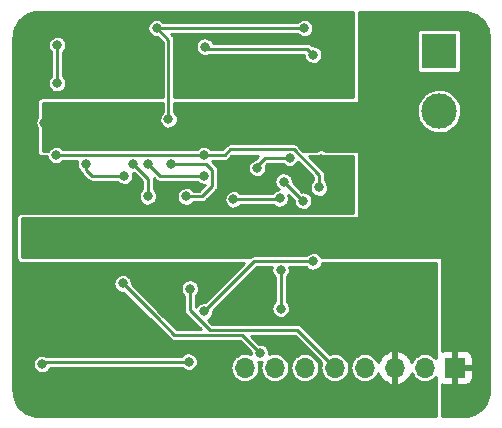
<source format=gbr>
%TF.GenerationSoftware,KiCad,Pcbnew,5.99.0-unknown-ad88874~101~ubuntu20.04.1*%
%TF.CreationDate,2020-05-19T21:15:42-04:00*%
%TF.ProjectId,detector,64657465-6374-46f7-922e-6b696361645f,rev?*%
%TF.SameCoordinates,Original*%
%TF.FileFunction,Copper,L2,Bot*%
%TF.FilePolarity,Positive*%
%FSLAX46Y46*%
G04 Gerber Fmt 4.6, Leading zero omitted, Abs format (unit mm)*
G04 Created by KiCad (PCBNEW 5.99.0-unknown-ad88874~101~ubuntu20.04.1) date 2020-05-19 21:15:42*
%MOMM*%
%LPD*%
G01*
G04 APERTURE LIST*
%TA.AperFunction,ComponentPad*%
%ADD10R,1.700000X1.700000*%
%TD*%
%TA.AperFunction,ComponentPad*%
%ADD11O,1.700000X1.700000*%
%TD*%
%TA.AperFunction,ComponentPad*%
%ADD12C,3.000000*%
%TD*%
%TA.AperFunction,ComponentPad*%
%ADD13R,3.000000X3.000000*%
%TD*%
%TA.AperFunction,ViaPad*%
%ADD14C,0.800000*%
%TD*%
%TA.AperFunction,Conductor*%
%ADD15C,0.250000*%
%TD*%
%TA.AperFunction,Conductor*%
%ADD16C,0.254000*%
%TD*%
G04 APERTURE END LIST*
D10*
%TO.P,J1,1,Pin_1*%
%TO.N,+5V*%
X136750000Y-95500000D03*
D11*
%TO.P,J1,2,Pin_2*%
%TO.N,+12V*%
X134210000Y-95500000D03*
%TO.P,J1,3,Pin_3*%
%TO.N,GND*%
X131670000Y-95500000D03*
%TO.P,J1,4,Pin_4*%
%TO.N,/SCLK*%
X129130000Y-95500000D03*
%TO.P,J1,5,Pin_5*%
%TO.N,/CLR*%
X126590000Y-95500000D03*
%TO.P,J1,6,Pin_6*%
%TO.N,/PULSE*%
X124050000Y-95500000D03*
%TO.P,J1,7,Pin_7*%
%TO.N,/MISO*%
X121510000Y-95500000D03*
%TO.P,J1,8,Pin_8*%
%TO.N,/MOSI*%
X118970000Y-95500000D03*
%TD*%
D12*
%TO.P,J2,2,Pin_2*%
%TO.N,Net-(C19-Pad1)*%
X135400000Y-73783703D03*
D13*
%TO.P,J2,1,Pin_1*%
%TO.N,/DET_SIG*%
X135400000Y-68703703D03*
%TD*%
D14*
%TO.N,GND*%
X107400000Y-80800000D03*
X101250000Y-69750000D03*
X110500000Y-69750000D03*
%TO.N,+5V*%
X101250000Y-84250000D03*
X114069142Y-84530858D03*
%TO.N,Net-(U5-Pad15)*%
X123907905Y-81367401D03*
%TO.N,Net-(U6-Pad15)*%
X110750000Y-81000000D03*
%TO.N,/CLR*%
X113987347Y-81012653D03*
X112492355Y-74475000D03*
%TO.N,/PULSE*%
X124751298Y-68998702D03*
%TO.N,+5V*%
X132652378Y-85613400D03*
X129400000Y-83400000D03*
%TO.N,/CLR*%
X101800000Y-95200000D03*
X114200000Y-95000000D03*
%TO.N,/MISO*%
X108625000Y-88375000D03*
%TO.N,/MOSI*%
X120010010Y-78589990D03*
%TO.N,GND*%
X125400000Y-77800000D03*
X123800000Y-79400000D03*
X118200000Y-90000000D03*
X115600000Y-87600000D03*
X111800000Y-88600000D03*
%TO.N,/CLR*%
X114305000Y-88805000D03*
%TO.N,/MISO*%
X120250000Y-94250000D03*
%TO.N,/PULSE*%
X105520001Y-78225001D03*
X108750000Y-79250000D03*
%TO.N,Net-(U6-Pad15)*%
X109500000Y-78250000D03*
%TO.N,GND*%
X125750000Y-70250000D03*
X126250000Y-66500000D03*
%TO.N,/CLR*%
X112750000Y-78250000D03*
%TO.N,/SCLK*%
X125250000Y-80250000D03*
%TO.N,/MOSI*%
X122750000Y-77750000D03*
%TO.N,Net-(U5-Pad15)*%
X122250000Y-79750000D03*
X124750000Y-86500000D03*
%TO.N,Net-(U10-Pad13)*%
X110750000Y-78250000D03*
X115500000Y-79250000D03*
%TO.N,/~DET_EN*%
X118000000Y-81250000D03*
X121925000Y-81175000D03*
%TO.N,+5V*%
X123000000Y-84250000D03*
X123000000Y-84250000D03*
%TO.N,/PULSE*%
X122000000Y-90500000D03*
X122000000Y-87250000D03*
%TO.N,+5V*%
X123000000Y-74750000D03*
X130000000Y-72083703D03*
%TO.N,/PULSE*%
X103075000Y-71425000D03*
X103075000Y-68175000D03*
X115575000Y-68325000D03*
%TO.N,/CLR*%
X124000000Y-66750000D03*
X111500000Y-66750000D03*
%TO.N,/SCLK*%
X103000000Y-77500000D03*
X115500000Y-77500000D03*
%TO.N,+5V*%
X102000000Y-74750000D03*
X114250000Y-74750000D03*
X110750000Y-74750000D03*
X110750000Y-84250000D03*
%TO.N,Net-(U5-Pad15)*%
X115500000Y-90750000D03*
%TD*%
D15*
%TO.N,Net-(U5-Pad15)*%
X122250000Y-79750000D02*
X123750000Y-81250000D01*
X123750000Y-81250000D02*
X123790504Y-81250000D01*
X123790504Y-81250000D02*
X123907905Y-81367401D01*
%TO.N,Net-(U6-Pad15)*%
X110750000Y-81000000D02*
X110750000Y-79500000D01*
%TO.N,/CLR*%
X115303031Y-81012653D02*
X115782842Y-80532842D01*
X115782842Y-80532842D02*
X116225001Y-80090684D01*
X113987347Y-81012653D02*
X115303031Y-81012653D01*
X112500000Y-74467355D02*
X112492355Y-74475000D01*
X112500000Y-72000000D02*
X112500000Y-74467355D01*
%TO.N,/PULSE*%
X124250000Y-68500000D02*
X124252596Y-68500000D01*
X124252596Y-68500000D02*
X124751298Y-68998702D01*
%TO.N,/CLR*%
X102000000Y-95000000D02*
X101800000Y-95200000D01*
X114200000Y-95000000D02*
X102000000Y-95000000D01*
%TO.N,/MISO*%
X111500000Y-91250000D02*
X108625000Y-88375000D01*
%TO.N,/MOSI*%
X120010010Y-78589990D02*
X120010010Y-78389990D01*
X120650000Y-77750000D02*
X122750000Y-77750000D01*
X120010010Y-78389990D02*
X120650000Y-77750000D01*
%TO.N,/CLR*%
X126590000Y-95500000D02*
X123389990Y-92299990D01*
X114305000Y-90628002D02*
X114305000Y-88805000D01*
X123389990Y-92299990D02*
X115976988Y-92299990D01*
X115976988Y-92299990D02*
X114305000Y-90628002D01*
%TO.N,/MISO*%
X118750000Y-92750000D02*
X113000000Y-92750000D01*
X111500000Y-91250000D02*
X113000000Y-92750000D01*
X120250000Y-94250000D02*
X118750000Y-92750000D01*
%TO.N,/PULSE*%
X108750000Y-79250000D02*
X106000000Y-79250000D01*
X106000000Y-79250000D02*
X105520001Y-78770001D01*
X105520001Y-78770001D02*
X105520001Y-78225001D01*
%TO.N,Net-(U6-Pad15)*%
X110750000Y-79500000D02*
X109500000Y-78250000D01*
%TO.N,/CLR*%
X112500000Y-72000000D02*
X112500000Y-67750000D01*
X112500000Y-67750000D02*
X111500000Y-66750000D01*
%TO.N,/SCLK*%
X117250000Y-77500000D02*
X115500000Y-77500000D01*
%TO.N,/CLR*%
X115700002Y-78250000D02*
X112750000Y-78250000D01*
X116225001Y-78774999D02*
X115700002Y-78250000D01*
X116225001Y-80090684D02*
X116225001Y-78774999D01*
%TO.N,/SCLK*%
X125250000Y-79176998D02*
X123098001Y-77024999D01*
X125250000Y-80250000D02*
X125250000Y-79176998D01*
X117725001Y-77024999D02*
X117250000Y-77500000D01*
X123098001Y-77024999D02*
X117725001Y-77024999D01*
%TO.N,Net-(U5-Pad15)*%
X123000000Y-86500000D02*
X124750000Y-86500000D01*
%TO.N,Net-(U10-Pad13)*%
X115500000Y-79250000D02*
X111750000Y-79250000D01*
X111750000Y-79250000D02*
X110750000Y-78250000D01*
%TO.N,/~DET_EN*%
X118000000Y-81250000D02*
X121850000Y-81250000D01*
X121850000Y-81250000D02*
X121925000Y-81175000D01*
%TO.N,Net-(U5-Pad15)*%
X119750000Y-86500000D02*
X123000000Y-86500000D01*
X119000000Y-87250000D02*
X115500000Y-90750000D01*
X119000000Y-87250000D02*
X119750000Y-86500000D01*
%TO.N,/PULSE*%
X122000000Y-87250000D02*
X122000000Y-90500000D01*
X103075000Y-71425000D02*
X103075000Y-68175000D01*
X124250000Y-68500000D02*
X115750000Y-68500000D01*
X115750000Y-68500000D02*
X115575000Y-68325000D01*
%TO.N,/CLR*%
X111500000Y-66750000D02*
X124000000Y-66750000D01*
%TO.N,/SCLK*%
X115500000Y-77500000D02*
X103000000Y-77500000D01*
%TD*%
%TO.N,GND*%
G36*
X128124000Y-72624000D02*
G01*
X113003000Y-72624000D01*
X113003000Y-68328250D01*
X114789586Y-68328250D01*
X114819865Y-68541002D01*
X114825263Y-68559050D01*
X114916761Y-68753494D01*
X114927227Y-68769156D01*
X115071854Y-68928100D01*
X115086463Y-68939993D01*
X115271432Y-69049384D01*
X115288891Y-69056456D01*
X115497850Y-69106622D01*
X115516618Y-69108248D01*
X115731090Y-69094754D01*
X115749505Y-69090789D01*
X115950528Y-69014829D01*
X115966963Y-69005624D01*
X115970346Y-69003000D01*
X123966033Y-69003000D01*
X123996163Y-69214704D01*
X124001561Y-69232752D01*
X124093059Y-69427196D01*
X124103525Y-69442858D01*
X124248152Y-69601802D01*
X124262761Y-69613695D01*
X124447730Y-69723086D01*
X124465189Y-69730158D01*
X124674148Y-69780324D01*
X124692916Y-69781950D01*
X124907388Y-69768456D01*
X124925803Y-69764491D01*
X125126826Y-69688531D01*
X125143261Y-69679326D01*
X125313062Y-69547616D01*
X125326065Y-69533986D01*
X125449632Y-69358169D01*
X125458052Y-69341318D01*
X125524535Y-69136703D01*
X125527634Y-69117618D01*
X125529406Y-68891995D01*
X125526607Y-68872864D01*
X125463346Y-68667230D01*
X125455191Y-68650249D01*
X125334402Y-68472512D01*
X125321615Y-68458680D01*
X125153904Y-68324318D01*
X125137615Y-68314856D01*
X124937809Y-68235748D01*
X124919458Y-68231494D01*
X124705225Y-68214634D01*
X124686435Y-68215965D01*
X124681101Y-68217157D01*
X124643300Y-68179356D01*
X124622268Y-68147879D01*
X124604718Y-68130329D01*
X124459377Y-68033215D01*
X124436447Y-68023717D01*
X124308233Y-67998213D01*
X124308219Y-67998212D01*
X124265006Y-67989616D01*
X124240186Y-67989616D01*
X124203064Y-67997000D01*
X116288115Y-67997000D01*
X116287047Y-67993527D01*
X116278893Y-67976546D01*
X116158104Y-67798810D01*
X116145317Y-67784978D01*
X115977606Y-67650616D01*
X115961317Y-67641154D01*
X115761511Y-67562046D01*
X115743160Y-67557792D01*
X115528927Y-67540932D01*
X115510137Y-67542263D01*
X115300416Y-67589140D01*
X115282848Y-67595937D01*
X115096183Y-67702409D01*
X115081390Y-67714071D01*
X114934282Y-67870724D01*
X114923572Y-67886221D01*
X114829032Y-68079203D01*
X114823352Y-68097163D01*
X114789734Y-68309413D01*
X114789586Y-68328250D01*
X113003000Y-68328250D01*
X113003000Y-67799532D01*
X113010384Y-67762410D01*
X113010384Y-67737590D01*
X113001788Y-67694377D01*
X113001787Y-67694363D01*
X112976283Y-67566149D01*
X112966785Y-67543219D01*
X112869672Y-67397879D01*
X112852121Y-67380329D01*
X112820644Y-67359296D01*
X112714348Y-67253000D01*
X123405770Y-67253000D01*
X123496854Y-67353100D01*
X123511463Y-67364993D01*
X123696432Y-67474384D01*
X123713891Y-67481456D01*
X123922850Y-67531622D01*
X123941618Y-67533248D01*
X124156090Y-67519754D01*
X124174505Y-67515789D01*
X124375528Y-67439829D01*
X124391963Y-67430624D01*
X124561764Y-67298914D01*
X124574767Y-67285284D01*
X124698334Y-67109467D01*
X124706754Y-67092616D01*
X124773237Y-66888001D01*
X124776336Y-66868916D01*
X124778108Y-66643293D01*
X124775309Y-66624162D01*
X124712048Y-66418528D01*
X124703893Y-66401547D01*
X124583104Y-66223810D01*
X124570317Y-66209978D01*
X124402606Y-66075616D01*
X124386317Y-66066154D01*
X124186511Y-65987046D01*
X124168160Y-65982792D01*
X123953927Y-65965932D01*
X123935137Y-65967263D01*
X123725416Y-66014140D01*
X123707848Y-66020937D01*
X123521183Y-66127409D01*
X123506390Y-66139071D01*
X123405037Y-66247000D01*
X112098863Y-66247000D01*
X112083104Y-66223811D01*
X112070317Y-66209978D01*
X111902606Y-66075616D01*
X111886317Y-66066154D01*
X111686511Y-65987046D01*
X111668160Y-65982792D01*
X111453927Y-65965932D01*
X111435137Y-65967263D01*
X111225416Y-66014140D01*
X111207848Y-66020937D01*
X111021183Y-66127409D01*
X111006390Y-66139071D01*
X110859282Y-66295724D01*
X110848572Y-66311221D01*
X110754032Y-66504203D01*
X110748352Y-66522163D01*
X110714734Y-66734413D01*
X110714586Y-66753250D01*
X110744865Y-66966002D01*
X110750263Y-66984050D01*
X110841761Y-67178494D01*
X110852227Y-67194156D01*
X110996854Y-67353100D01*
X111011463Y-67364993D01*
X111196432Y-67474384D01*
X111213891Y-67481456D01*
X111422851Y-67531622D01*
X111441618Y-67533248D01*
X111564188Y-67525536D01*
X111997001Y-67958349D01*
X111997000Y-71962874D01*
X111997000Y-72624000D01*
X101743810Y-72624000D01*
X101731490Y-72625213D01*
X101617576Y-72647872D01*
X101594646Y-72657370D01*
X101492903Y-72725352D01*
X101475352Y-72742903D01*
X101407370Y-72844646D01*
X101397872Y-72867576D01*
X101375213Y-72981490D01*
X101374000Y-72993810D01*
X101374000Y-74280051D01*
X101359282Y-74295724D01*
X101348572Y-74311221D01*
X101254032Y-74504203D01*
X101248352Y-74522163D01*
X101214734Y-74734413D01*
X101214586Y-74753250D01*
X101244865Y-74966002D01*
X101250263Y-74984050D01*
X101341761Y-75178494D01*
X101352227Y-75194156D01*
X101374000Y-75218084D01*
X101374000Y-77256190D01*
X101375213Y-77268510D01*
X101397872Y-77382424D01*
X101407370Y-77405354D01*
X101475352Y-77507097D01*
X101492903Y-77524648D01*
X101594646Y-77592630D01*
X101617576Y-77602128D01*
X101731490Y-77624787D01*
X101743810Y-77626000D01*
X102232056Y-77626000D01*
X102244865Y-77716002D01*
X102250263Y-77734050D01*
X102341761Y-77928494D01*
X102352227Y-77944156D01*
X102496854Y-78103100D01*
X102511463Y-78114993D01*
X102696432Y-78224384D01*
X102713891Y-78231456D01*
X102922850Y-78281622D01*
X102941618Y-78283248D01*
X103156090Y-78269754D01*
X103174505Y-78265789D01*
X103375528Y-78189829D01*
X103391963Y-78180624D01*
X103561764Y-78048914D01*
X103574767Y-78035284D01*
X103597457Y-78003000D01*
X104767429Y-78003000D01*
X104734735Y-78209414D01*
X104734587Y-78228251D01*
X104764866Y-78441003D01*
X104770264Y-78459051D01*
X104861762Y-78653495D01*
X104872228Y-78669157D01*
X105016855Y-78828101D01*
X105019061Y-78829897D01*
X105043718Y-78953851D01*
X105053216Y-78976781D01*
X105150329Y-79122122D01*
X105167879Y-79139672D01*
X105199354Y-79160703D01*
X105609300Y-79570650D01*
X105630328Y-79602121D01*
X105647879Y-79619672D01*
X105684524Y-79644157D01*
X105779569Y-79707663D01*
X105779568Y-79707664D01*
X105793213Y-79716782D01*
X105816147Y-79726282D01*
X105944363Y-79751787D01*
X105944375Y-79751788D01*
X105987589Y-79760384D01*
X106012408Y-79760384D01*
X106049531Y-79753000D01*
X108155770Y-79753000D01*
X108246854Y-79853100D01*
X108261463Y-79864993D01*
X108446432Y-79974384D01*
X108463891Y-79981456D01*
X108672850Y-80031622D01*
X108691618Y-80033248D01*
X108906090Y-80019754D01*
X108924505Y-80015789D01*
X109125528Y-79939829D01*
X109141963Y-79930624D01*
X109311764Y-79798914D01*
X109324767Y-79785284D01*
X109448334Y-79609467D01*
X109456754Y-79592616D01*
X109523237Y-79388001D01*
X109526336Y-79368916D01*
X109528108Y-79143293D01*
X109525309Y-79124162D01*
X109496282Y-79029808D01*
X109564187Y-79025536D01*
X110247001Y-79708351D01*
X110247000Y-80399069D01*
X110109282Y-80545724D01*
X110098572Y-80561221D01*
X110004032Y-80754203D01*
X109998352Y-80772163D01*
X109964734Y-80984413D01*
X109964586Y-81003250D01*
X109994865Y-81216002D01*
X110000263Y-81234050D01*
X110091761Y-81428494D01*
X110102227Y-81444156D01*
X110246854Y-81603100D01*
X110261463Y-81614993D01*
X110446432Y-81724384D01*
X110463891Y-81731456D01*
X110672850Y-81781622D01*
X110691618Y-81783248D01*
X110906090Y-81769754D01*
X110924505Y-81765789D01*
X111125528Y-81689829D01*
X111141963Y-81680624D01*
X111311764Y-81548914D01*
X111324767Y-81535284D01*
X111448334Y-81359467D01*
X111456754Y-81342616D01*
X111523237Y-81138001D01*
X111526336Y-81118916D01*
X111528108Y-80893293D01*
X111525309Y-80874162D01*
X111462048Y-80668528D01*
X111453893Y-80651547D01*
X111333104Y-80473810D01*
X111320317Y-80459978D01*
X111253000Y-80406047D01*
X111253000Y-79549532D01*
X111260384Y-79512410D01*
X111260384Y-79487591D01*
X111256446Y-79467794D01*
X111359296Y-79570644D01*
X111380329Y-79602121D01*
X111397879Y-79619672D01*
X111543219Y-79716785D01*
X111566149Y-79726283D01*
X111694363Y-79751787D01*
X111694377Y-79751788D01*
X111737590Y-79760384D01*
X111762410Y-79760384D01*
X111799532Y-79753000D01*
X114905770Y-79753000D01*
X114996854Y-79853100D01*
X115011463Y-79864993D01*
X115196432Y-79974384D01*
X115213891Y-79981456D01*
X115422850Y-80031622D01*
X115441618Y-80033248D01*
X115579780Y-80024555D01*
X115457825Y-80146510D01*
X115457819Y-80146515D01*
X115094682Y-80509653D01*
X114586210Y-80509653D01*
X114570451Y-80486464D01*
X114557664Y-80472631D01*
X114389953Y-80338269D01*
X114373664Y-80328807D01*
X114173858Y-80249699D01*
X114155507Y-80245445D01*
X113941274Y-80228585D01*
X113922484Y-80229916D01*
X113712763Y-80276793D01*
X113695195Y-80283590D01*
X113508530Y-80390062D01*
X113493737Y-80401724D01*
X113346629Y-80558377D01*
X113335919Y-80573874D01*
X113241379Y-80766856D01*
X113235699Y-80784816D01*
X113202081Y-80997066D01*
X113201933Y-81015903D01*
X113232212Y-81228655D01*
X113237610Y-81246703D01*
X113329108Y-81441147D01*
X113339574Y-81456809D01*
X113484201Y-81615753D01*
X113498810Y-81627646D01*
X113683779Y-81737037D01*
X113701238Y-81744109D01*
X113910197Y-81794275D01*
X113928965Y-81795901D01*
X114143437Y-81782407D01*
X114161852Y-81778442D01*
X114362875Y-81702482D01*
X114379310Y-81693277D01*
X114549111Y-81561567D01*
X114562114Y-81547937D01*
X114584804Y-81515653D01*
X115253499Y-81515653D01*
X115290621Y-81523037D01*
X115315441Y-81523037D01*
X115358654Y-81514441D01*
X115358668Y-81514440D01*
X115486882Y-81488936D01*
X115509812Y-81479438D01*
X115655152Y-81382325D01*
X115672702Y-81364774D01*
X115693733Y-81333300D01*
X115773783Y-81253250D01*
X117214586Y-81253250D01*
X117244865Y-81466002D01*
X117250263Y-81484050D01*
X117341761Y-81678494D01*
X117352227Y-81694156D01*
X117496854Y-81853100D01*
X117511463Y-81864993D01*
X117696432Y-81974384D01*
X117713891Y-81981456D01*
X117922850Y-82031622D01*
X117941618Y-82033248D01*
X118156090Y-82019754D01*
X118174505Y-82015789D01*
X118375528Y-81939829D01*
X118391963Y-81930624D01*
X118561764Y-81798914D01*
X118574767Y-81785284D01*
X118597457Y-81753000D01*
X121399015Y-81753000D01*
X121421854Y-81778100D01*
X121436463Y-81789993D01*
X121621432Y-81899384D01*
X121638891Y-81906456D01*
X121847850Y-81956622D01*
X121866618Y-81958248D01*
X122081090Y-81944754D01*
X122099505Y-81940789D01*
X122300528Y-81864829D01*
X122316963Y-81855624D01*
X122486764Y-81723914D01*
X122499767Y-81710284D01*
X122623334Y-81534467D01*
X122631754Y-81517616D01*
X122698237Y-81313001D01*
X122701336Y-81293916D01*
X122703108Y-81068293D01*
X122700309Y-81049162D01*
X122639212Y-80850561D01*
X123125076Y-81336426D01*
X123122639Y-81351814D01*
X123122491Y-81370651D01*
X123152770Y-81583403D01*
X123158168Y-81601451D01*
X123249666Y-81795895D01*
X123260132Y-81811557D01*
X123404759Y-81970501D01*
X123419368Y-81982394D01*
X123604337Y-82091785D01*
X123621796Y-82098857D01*
X123830755Y-82149023D01*
X123849523Y-82150649D01*
X124063995Y-82137155D01*
X124082410Y-82133190D01*
X124283433Y-82057230D01*
X124299868Y-82048025D01*
X124469669Y-81916315D01*
X124482672Y-81902685D01*
X124606239Y-81726868D01*
X124614659Y-81710017D01*
X124681142Y-81505402D01*
X124684241Y-81486317D01*
X124686013Y-81260694D01*
X124683214Y-81241563D01*
X124619953Y-81035929D01*
X124611798Y-81018948D01*
X124491009Y-80841211D01*
X124478222Y-80827379D01*
X124310511Y-80693017D01*
X124294222Y-80683555D01*
X124094416Y-80604447D01*
X124076065Y-80600193D01*
X123861832Y-80583333D01*
X123843042Y-80584664D01*
X123804605Y-80593255D01*
X123026756Y-79815407D01*
X123028108Y-79643293D01*
X123025309Y-79624162D01*
X122962048Y-79418528D01*
X122953893Y-79401547D01*
X122833104Y-79223810D01*
X122820317Y-79209978D01*
X122652606Y-79075616D01*
X122636317Y-79066154D01*
X122436511Y-78987046D01*
X122418160Y-78982792D01*
X122203927Y-78965932D01*
X122185137Y-78967263D01*
X121975416Y-79014140D01*
X121957848Y-79020937D01*
X121771183Y-79127409D01*
X121756390Y-79139071D01*
X121609282Y-79295724D01*
X121598572Y-79311221D01*
X121504032Y-79504203D01*
X121498352Y-79522163D01*
X121464734Y-79734413D01*
X121464586Y-79753250D01*
X121494865Y-79966002D01*
X121500263Y-79984050D01*
X121591761Y-80178494D01*
X121602227Y-80194156D01*
X121746854Y-80353100D01*
X121761463Y-80364993D01*
X121821991Y-80400789D01*
X121650416Y-80439140D01*
X121632848Y-80445937D01*
X121446183Y-80552409D01*
X121431390Y-80564071D01*
X121284282Y-80720724D01*
X121273572Y-80736220D01*
X121268291Y-80747000D01*
X118598863Y-80747000D01*
X118583104Y-80723811D01*
X118570317Y-80709978D01*
X118402606Y-80575616D01*
X118386317Y-80566154D01*
X118186511Y-80487046D01*
X118168160Y-80482792D01*
X117953927Y-80465932D01*
X117935137Y-80467263D01*
X117725416Y-80514140D01*
X117707848Y-80520937D01*
X117521183Y-80627409D01*
X117506390Y-80639071D01*
X117359282Y-80795724D01*
X117348572Y-80811221D01*
X117254032Y-81004203D01*
X117248352Y-81022163D01*
X117214734Y-81234413D01*
X117214586Y-81253250D01*
X115773783Y-81253250D01*
X116170232Y-80856802D01*
X116170239Y-80856793D01*
X116545650Y-80481384D01*
X116577122Y-80460356D01*
X116594672Y-80442806D01*
X116651921Y-80357128D01*
X116651922Y-80357127D01*
X116695275Y-80292243D01*
X116706126Y-80256472D01*
X116706126Y-80250192D01*
X116726788Y-80146321D01*
X116726789Y-80146309D01*
X116735385Y-80103095D01*
X116735385Y-80078276D01*
X116728001Y-80041153D01*
X116728001Y-78824531D01*
X116735385Y-78787409D01*
X116735385Y-78762590D01*
X116726789Y-78719374D01*
X116726788Y-78719362D01*
X116701284Y-78591148D01*
X116691786Y-78568217D01*
X116656099Y-78514809D01*
X116619159Y-78459523D01*
X116619155Y-78459518D01*
X116594673Y-78422878D01*
X116577122Y-78405327D01*
X116545651Y-78384299D01*
X116164351Y-78003000D01*
X117200468Y-78003000D01*
X117237590Y-78010384D01*
X117262410Y-78010384D01*
X117305623Y-78001788D01*
X117305637Y-78001787D01*
X117433851Y-77976283D01*
X117456781Y-77966785D01*
X117602121Y-77869672D01*
X117619671Y-77852121D01*
X117640702Y-77820648D01*
X117835350Y-77626000D01*
X120062652Y-77626000D01*
X119863049Y-77825603D01*
X119735426Y-77854130D01*
X119717857Y-77860927D01*
X119531193Y-77967399D01*
X119516400Y-77979061D01*
X119369292Y-78135714D01*
X119358582Y-78151211D01*
X119264042Y-78344193D01*
X119258362Y-78362153D01*
X119224744Y-78574403D01*
X119224596Y-78593240D01*
X119254875Y-78805992D01*
X119260273Y-78824040D01*
X119351771Y-79018484D01*
X119362237Y-79034146D01*
X119506864Y-79193090D01*
X119521473Y-79204983D01*
X119706442Y-79314374D01*
X119723901Y-79321446D01*
X119932860Y-79371612D01*
X119951628Y-79373238D01*
X120166100Y-79359744D01*
X120184515Y-79355779D01*
X120385538Y-79279819D01*
X120401973Y-79270614D01*
X120571774Y-79138904D01*
X120584777Y-79125274D01*
X120708344Y-78949457D01*
X120716764Y-78932606D01*
X120783247Y-78727991D01*
X120786346Y-78708906D01*
X120788118Y-78483283D01*
X120785319Y-78464152D01*
X120752823Y-78358525D01*
X120858348Y-78253000D01*
X122155770Y-78253000D01*
X122246854Y-78353100D01*
X122261463Y-78364993D01*
X122446432Y-78474384D01*
X122463891Y-78481456D01*
X122672850Y-78531622D01*
X122691618Y-78533248D01*
X122906090Y-78519754D01*
X122924505Y-78515789D01*
X123125528Y-78439829D01*
X123141963Y-78430624D01*
X123311764Y-78298914D01*
X123324767Y-78285284D01*
X123448334Y-78109467D01*
X123455926Y-78094272D01*
X124747001Y-79385348D01*
X124747000Y-79649069D01*
X124609282Y-79795724D01*
X124598572Y-79811221D01*
X124504032Y-80004203D01*
X124498352Y-80022163D01*
X124464734Y-80234413D01*
X124464586Y-80253250D01*
X124494865Y-80466002D01*
X124500263Y-80484050D01*
X124591761Y-80678494D01*
X124602227Y-80694156D01*
X124746854Y-80853100D01*
X124761463Y-80864993D01*
X124946432Y-80974384D01*
X124963891Y-80981456D01*
X125172850Y-81031622D01*
X125191618Y-81033248D01*
X125406090Y-81019754D01*
X125424505Y-81015789D01*
X125625528Y-80939829D01*
X125641963Y-80930624D01*
X125811764Y-80798914D01*
X125824767Y-80785284D01*
X125948334Y-80609467D01*
X125956754Y-80592616D01*
X126023237Y-80388001D01*
X126026336Y-80368916D01*
X126028108Y-80143293D01*
X126025309Y-80124162D01*
X125962048Y-79918528D01*
X125953893Y-79901547D01*
X125833104Y-79723810D01*
X125820317Y-79709978D01*
X125753000Y-79656047D01*
X125753000Y-79226529D01*
X125760384Y-79189406D01*
X125760384Y-79164587D01*
X125751788Y-79121373D01*
X125751787Y-79121361D01*
X125726283Y-78993147D01*
X125716785Y-78970216D01*
X125696374Y-78939670D01*
X125644157Y-78861521D01*
X125644155Y-78861518D01*
X125619672Y-78824877D01*
X125602121Y-78807326D01*
X125570647Y-78786296D01*
X124410350Y-77626000D01*
X128124000Y-77626000D01*
X128124000Y-82374000D01*
X99993810Y-82374000D01*
X99981490Y-82375213D01*
X99867576Y-82397872D01*
X99844646Y-82407370D01*
X99742903Y-82475352D01*
X99725352Y-82492903D01*
X99657370Y-82594646D01*
X99647872Y-82617576D01*
X99625213Y-82731490D01*
X99624000Y-82743810D01*
X99624000Y-86256190D01*
X99625213Y-86268510D01*
X99647872Y-86382424D01*
X99657370Y-86405354D01*
X99725352Y-86507097D01*
X99742903Y-86524648D01*
X99844646Y-86592630D01*
X99867576Y-86602128D01*
X99981490Y-86624787D01*
X99993810Y-86626000D01*
X118912650Y-86626000D01*
X118670576Y-86868075D01*
X115564052Y-89974599D01*
X115453927Y-89965932D01*
X115435137Y-89967263D01*
X115225416Y-90014140D01*
X115207848Y-90020937D01*
X115021183Y-90127409D01*
X115006390Y-90139071D01*
X114859282Y-90295724D01*
X114848572Y-90311221D01*
X114808000Y-90394040D01*
X114808000Y-89399496D01*
X114866764Y-89353914D01*
X114879767Y-89340284D01*
X115003334Y-89164467D01*
X115011754Y-89147616D01*
X115078237Y-88943001D01*
X115081336Y-88923916D01*
X115083108Y-88698293D01*
X115080309Y-88679162D01*
X115017048Y-88473528D01*
X115008893Y-88456547D01*
X114888104Y-88278810D01*
X114875317Y-88264978D01*
X114707606Y-88130616D01*
X114691317Y-88121154D01*
X114491511Y-88042046D01*
X114473160Y-88037792D01*
X114258927Y-88020932D01*
X114240137Y-88022263D01*
X114030416Y-88069140D01*
X114012848Y-88075937D01*
X113826183Y-88182409D01*
X113811390Y-88194071D01*
X113664282Y-88350724D01*
X113653572Y-88366221D01*
X113559032Y-88559203D01*
X113553352Y-88577163D01*
X113519734Y-88789413D01*
X113519586Y-88808250D01*
X113549865Y-89021002D01*
X113555263Y-89039050D01*
X113646761Y-89233494D01*
X113657227Y-89249156D01*
X113801855Y-89408100D01*
X113802001Y-89408219D01*
X113802000Y-90578470D01*
X113794616Y-90615593D01*
X113794616Y-90640412D01*
X113803212Y-90683626D01*
X113803213Y-90683638D01*
X113828717Y-90811852D01*
X113838215Y-90834782D01*
X113935328Y-90980123D01*
X113952878Y-90997673D01*
X113984356Y-91018706D01*
X115212649Y-92247000D01*
X113208349Y-92247000D01*
X111886336Y-90924988D01*
X111886327Y-90924977D01*
X109401756Y-88440408D01*
X109403108Y-88268293D01*
X109400309Y-88249162D01*
X109337048Y-88043528D01*
X109328893Y-88026547D01*
X109208104Y-87848810D01*
X109195317Y-87834978D01*
X109027606Y-87700616D01*
X109011317Y-87691154D01*
X108811511Y-87612046D01*
X108793160Y-87607792D01*
X108578927Y-87590932D01*
X108560137Y-87592263D01*
X108350416Y-87639140D01*
X108332848Y-87645937D01*
X108146183Y-87752409D01*
X108131390Y-87764071D01*
X107984282Y-87920724D01*
X107973572Y-87936221D01*
X107879032Y-88129203D01*
X107873352Y-88147163D01*
X107839734Y-88359413D01*
X107839586Y-88378250D01*
X107869865Y-88591002D01*
X107875263Y-88609050D01*
X107966761Y-88803494D01*
X107977227Y-88819156D01*
X108121854Y-88978100D01*
X108136463Y-88989993D01*
X108321432Y-89099384D01*
X108338891Y-89106456D01*
X108547851Y-89156622D01*
X108566618Y-89158248D01*
X108689188Y-89150536D01*
X111174977Y-91636327D01*
X111174988Y-91636336D01*
X112609298Y-93070647D01*
X112630328Y-93102121D01*
X112647879Y-93119672D01*
X112684524Y-93144157D01*
X112793219Y-93216785D01*
X112816149Y-93226283D01*
X112944363Y-93251787D01*
X112944375Y-93251788D01*
X112987589Y-93260384D01*
X113012408Y-93260384D01*
X113049531Y-93253000D01*
X118541652Y-93253000D01*
X119472709Y-94184058D01*
X119464734Y-94234413D01*
X119464586Y-94253250D01*
X119483585Y-94386745D01*
X119379487Y-94339085D01*
X119368156Y-94335150D01*
X119152575Y-94282596D01*
X119140705Y-94280875D01*
X118919075Y-94270036D01*
X118907094Y-94270591D01*
X118687414Y-94301856D01*
X118675754Y-94304666D01*
X118465948Y-94376908D01*
X118455029Y-94381872D01*
X118262671Y-94492483D01*
X118252888Y-94499423D01*
X118084915Y-94644413D01*
X118076621Y-94653077D01*
X117939095Y-94827214D01*
X117932589Y-94837290D01*
X117830473Y-95034292D01*
X117825990Y-95045417D01*
X117762968Y-95258173D01*
X117760670Y-95269945D01*
X117739017Y-95490780D01*
X117738986Y-95502774D01*
X117759482Y-95723720D01*
X117761719Y-95735504D01*
X117823626Y-95948587D01*
X117828051Y-95959735D01*
X117929133Y-96157268D01*
X117935587Y-96167379D01*
X118072199Y-96342233D01*
X118080448Y-96350941D01*
X118247659Y-96496808D01*
X118257405Y-96503799D01*
X118449183Y-96615416D01*
X118460075Y-96620438D01*
X118669498Y-96693777D01*
X118681144Y-96696648D01*
X118900658Y-96729063D01*
X118912637Y-96729681D01*
X119134320Y-96720001D01*
X119146199Y-96718343D01*
X119362051Y-96666919D01*
X119373402Y-96663044D01*
X119575638Y-96571731D01*
X119586051Y-96565779D01*
X119767370Y-96437872D01*
X119776470Y-96430059D01*
X119930332Y-96270174D01*
X119937790Y-96260780D01*
X120058643Y-96074684D01*
X120064190Y-96064050D01*
X120147672Y-95858458D01*
X120151108Y-95846966D01*
X120194224Y-95629218D01*
X120195427Y-95617118D01*
X120196023Y-95389300D01*
X120194884Y-95377194D01*
X120152910Y-95159222D01*
X120149533Y-95147713D01*
X120095691Y-95013098D01*
X120172850Y-95031622D01*
X120191618Y-95033248D01*
X120377062Y-95021580D01*
X120370473Y-95034292D01*
X120365990Y-95045417D01*
X120302968Y-95258173D01*
X120300670Y-95269945D01*
X120279017Y-95490780D01*
X120278986Y-95502774D01*
X120299482Y-95723720D01*
X120301719Y-95735504D01*
X120363626Y-95948587D01*
X120368051Y-95959735D01*
X120469133Y-96157268D01*
X120475587Y-96167379D01*
X120612199Y-96342233D01*
X120620448Y-96350941D01*
X120787659Y-96496808D01*
X120797405Y-96503799D01*
X120989183Y-96615416D01*
X121000075Y-96620438D01*
X121209498Y-96693777D01*
X121221144Y-96696648D01*
X121440658Y-96729063D01*
X121452637Y-96729681D01*
X121674320Y-96720001D01*
X121686199Y-96718343D01*
X121902051Y-96666919D01*
X121913402Y-96663044D01*
X122115638Y-96571731D01*
X122126051Y-96565779D01*
X122307370Y-96437872D01*
X122316470Y-96430059D01*
X122470332Y-96270174D01*
X122477790Y-96260780D01*
X122598643Y-96074684D01*
X122604190Y-96064050D01*
X122687672Y-95858458D01*
X122691108Y-95846966D01*
X122734224Y-95629218D01*
X122735427Y-95617118D01*
X122735726Y-95502774D01*
X122818986Y-95502774D01*
X122839482Y-95723720D01*
X122841719Y-95735504D01*
X122903626Y-95948587D01*
X122908051Y-95959735D01*
X123009133Y-96157268D01*
X123015587Y-96167379D01*
X123152199Y-96342233D01*
X123160448Y-96350941D01*
X123327659Y-96496808D01*
X123337405Y-96503799D01*
X123529183Y-96615416D01*
X123540075Y-96620438D01*
X123749498Y-96693777D01*
X123761144Y-96696648D01*
X123980658Y-96729063D01*
X123992637Y-96729681D01*
X124214320Y-96720001D01*
X124226199Y-96718343D01*
X124442051Y-96666919D01*
X124453402Y-96663044D01*
X124655638Y-96571731D01*
X124666051Y-96565779D01*
X124847370Y-96437872D01*
X124856470Y-96430059D01*
X125010332Y-96270174D01*
X125017790Y-96260780D01*
X125138643Y-96074684D01*
X125144190Y-96064050D01*
X125227672Y-95858458D01*
X125231108Y-95846966D01*
X125274224Y-95629218D01*
X125275427Y-95617118D01*
X125276023Y-95389300D01*
X125274884Y-95377194D01*
X125232910Y-95159222D01*
X125229533Y-95147713D01*
X125147129Y-94941687D01*
X125141637Y-94931024D01*
X125021760Y-94744298D01*
X125014351Y-94734866D01*
X124861329Y-94574176D01*
X124852270Y-94566315D01*
X124671622Y-94437461D01*
X124661240Y-94431455D01*
X124459487Y-94339085D01*
X124448156Y-94335150D01*
X124232575Y-94282596D01*
X124220705Y-94280875D01*
X123999075Y-94270036D01*
X123987094Y-94270591D01*
X123767414Y-94301856D01*
X123755754Y-94304666D01*
X123545948Y-94376908D01*
X123535029Y-94381872D01*
X123342671Y-94492483D01*
X123332888Y-94499423D01*
X123164915Y-94644413D01*
X123156621Y-94653077D01*
X123019095Y-94827214D01*
X123012589Y-94837290D01*
X122910473Y-95034292D01*
X122905990Y-95045417D01*
X122842968Y-95258173D01*
X122840670Y-95269945D01*
X122819017Y-95490780D01*
X122818986Y-95502774D01*
X122735726Y-95502774D01*
X122736023Y-95389300D01*
X122734884Y-95377194D01*
X122692910Y-95159222D01*
X122689533Y-95147713D01*
X122607129Y-94941687D01*
X122601637Y-94931024D01*
X122481760Y-94744298D01*
X122474351Y-94734866D01*
X122321329Y-94574176D01*
X122312270Y-94566315D01*
X122131622Y-94437461D01*
X122121240Y-94431455D01*
X121919487Y-94339085D01*
X121908156Y-94335150D01*
X121692575Y-94282596D01*
X121680705Y-94280875D01*
X121459075Y-94270036D01*
X121447094Y-94270591D01*
X121227414Y-94301856D01*
X121215754Y-94304666D01*
X121026169Y-94369945D01*
X121026336Y-94368916D01*
X121028108Y-94143293D01*
X121025309Y-94124162D01*
X120962048Y-93918528D01*
X120953893Y-93901547D01*
X120833104Y-93723810D01*
X120820317Y-93709978D01*
X120652606Y-93575616D01*
X120636317Y-93566154D01*
X120436511Y-93487046D01*
X120418160Y-93482792D01*
X120203927Y-93465932D01*
X120185137Y-93467263D01*
X120179803Y-93468455D01*
X119514338Y-92802990D01*
X123181642Y-92802990D01*
X125440981Y-95062329D01*
X125382968Y-95258173D01*
X125380670Y-95269945D01*
X125359017Y-95490780D01*
X125358986Y-95502774D01*
X125379482Y-95723720D01*
X125381719Y-95735504D01*
X125443626Y-95948587D01*
X125448051Y-95959735D01*
X125549133Y-96157268D01*
X125555587Y-96167379D01*
X125692199Y-96342233D01*
X125700448Y-96350941D01*
X125867659Y-96496808D01*
X125877405Y-96503799D01*
X126069183Y-96615416D01*
X126080075Y-96620438D01*
X126289498Y-96693777D01*
X126301144Y-96696648D01*
X126520658Y-96729063D01*
X126532637Y-96729681D01*
X126754320Y-96720001D01*
X126766199Y-96718343D01*
X126982051Y-96666919D01*
X126993402Y-96663044D01*
X127195638Y-96571731D01*
X127206051Y-96565779D01*
X127387370Y-96437872D01*
X127396470Y-96430059D01*
X127550332Y-96270174D01*
X127557790Y-96260780D01*
X127678643Y-96074684D01*
X127684190Y-96064050D01*
X127767672Y-95858458D01*
X127771108Y-95846966D01*
X127814224Y-95629218D01*
X127815427Y-95617118D01*
X127815726Y-95502774D01*
X127898986Y-95502774D01*
X127919482Y-95723720D01*
X127921719Y-95735504D01*
X127983626Y-95948587D01*
X127988051Y-95959735D01*
X128089133Y-96157268D01*
X128095587Y-96167379D01*
X128232199Y-96342233D01*
X128240448Y-96350941D01*
X128407659Y-96496808D01*
X128417405Y-96503799D01*
X128609183Y-96615416D01*
X128620075Y-96620438D01*
X128829498Y-96693777D01*
X128841144Y-96696648D01*
X129060658Y-96729063D01*
X129072637Y-96729681D01*
X129294320Y-96720001D01*
X129306199Y-96718343D01*
X129522051Y-96666919D01*
X129533402Y-96663044D01*
X129735638Y-96571731D01*
X129746051Y-96565779D01*
X129927370Y-96437872D01*
X129936470Y-96430059D01*
X130090332Y-96270174D01*
X130097790Y-96260780D01*
X130218643Y-96074684D01*
X130224190Y-96064050D01*
X130259550Y-95976969D01*
X130262669Y-95986104D01*
X130359591Y-96206900D01*
X130364692Y-96216275D01*
X130497430Y-96417584D01*
X130504038Y-96425965D01*
X130668798Y-96602032D01*
X130676722Y-96609180D01*
X130868792Y-96754968D01*
X130877808Y-96760679D01*
X131091696Y-96872021D01*
X131101545Y-96876131D01*
X131331134Y-96949845D01*
X131341535Y-96952236D01*
X131455162Y-96968407D01*
X131542000Y-96893052D01*
X131542001Y-95701808D01*
X131542000Y-95701807D01*
X131542001Y-94106201D01*
X131456981Y-94030982D01*
X131369474Y-94041726D01*
X131359030Y-94043918D01*
X131128068Y-94113210D01*
X131118142Y-94117130D01*
X130902155Y-94224346D01*
X130893032Y-94229882D01*
X130698199Y-94371957D01*
X130690138Y-94378952D01*
X130522029Y-94551822D01*
X130515263Y-94560074D01*
X130378683Y-94758798D01*
X130373403Y-94768073D01*
X130272260Y-94986968D01*
X130268618Y-94997000D01*
X130260817Y-95025913D01*
X130227129Y-94941687D01*
X130221637Y-94931024D01*
X130101760Y-94744298D01*
X130094351Y-94734866D01*
X129941329Y-94574176D01*
X129932270Y-94566315D01*
X129751622Y-94437461D01*
X129741240Y-94431455D01*
X129539487Y-94339085D01*
X129528156Y-94335150D01*
X129312575Y-94282596D01*
X129300705Y-94280875D01*
X129079075Y-94270036D01*
X129067094Y-94270591D01*
X128847414Y-94301856D01*
X128835754Y-94304666D01*
X128625948Y-94376908D01*
X128615029Y-94381872D01*
X128422671Y-94492483D01*
X128412888Y-94499423D01*
X128244915Y-94644413D01*
X128236621Y-94653077D01*
X128099095Y-94827214D01*
X128092589Y-94837290D01*
X127990473Y-95034292D01*
X127985990Y-95045417D01*
X127922968Y-95258173D01*
X127920670Y-95269945D01*
X127899017Y-95490780D01*
X127898986Y-95502774D01*
X127815726Y-95502774D01*
X127816023Y-95389300D01*
X127814884Y-95377194D01*
X127772910Y-95159222D01*
X127769533Y-95147713D01*
X127687129Y-94941687D01*
X127681637Y-94931024D01*
X127561760Y-94744298D01*
X127554351Y-94734866D01*
X127401329Y-94574176D01*
X127392270Y-94566315D01*
X127211622Y-94437461D01*
X127201240Y-94431455D01*
X126999487Y-94339085D01*
X126988156Y-94335150D01*
X126772575Y-94282596D01*
X126760705Y-94280875D01*
X126539075Y-94270036D01*
X126527094Y-94270591D01*
X126307414Y-94301856D01*
X126295754Y-94304666D01*
X126154613Y-94353265D01*
X123780694Y-91979346D01*
X123759661Y-91947869D01*
X123742111Y-91930318D01*
X123596771Y-91833205D01*
X123573841Y-91823707D01*
X123445627Y-91798203D01*
X123445613Y-91798202D01*
X123402400Y-91789606D01*
X123377580Y-91789606D01*
X123340458Y-91796990D01*
X116185337Y-91796990D01*
X115841162Y-91452815D01*
X115875528Y-91439829D01*
X115891963Y-91430624D01*
X116061764Y-91298914D01*
X116074767Y-91285284D01*
X116198334Y-91109467D01*
X116206754Y-91092616D01*
X116273237Y-90888001D01*
X116276336Y-90868916D01*
X116277792Y-90683556D01*
X119381925Y-87579423D01*
X119958349Y-87003000D01*
X121254621Y-87003000D01*
X121254032Y-87004203D01*
X121248352Y-87022163D01*
X121214734Y-87234413D01*
X121214586Y-87253250D01*
X121244865Y-87466002D01*
X121250263Y-87484050D01*
X121341761Y-87678494D01*
X121352227Y-87694156D01*
X121496854Y-87853100D01*
X121497000Y-87853219D01*
X121497001Y-89899069D01*
X121359282Y-90045724D01*
X121348572Y-90061221D01*
X121254032Y-90254203D01*
X121248352Y-90272163D01*
X121214734Y-90484413D01*
X121214586Y-90503250D01*
X121244865Y-90716002D01*
X121250263Y-90734050D01*
X121341761Y-90928494D01*
X121352227Y-90944156D01*
X121496854Y-91103100D01*
X121511463Y-91114993D01*
X121696432Y-91224384D01*
X121713891Y-91231456D01*
X121922850Y-91281622D01*
X121941618Y-91283248D01*
X122156090Y-91269754D01*
X122174505Y-91265789D01*
X122375528Y-91189829D01*
X122391963Y-91180624D01*
X122561764Y-91048914D01*
X122574767Y-91035284D01*
X122698334Y-90859467D01*
X122706754Y-90842616D01*
X122773237Y-90638001D01*
X122776336Y-90618916D01*
X122778108Y-90393293D01*
X122775309Y-90374162D01*
X122712048Y-90168528D01*
X122703893Y-90151547D01*
X122583104Y-89973810D01*
X122570317Y-89959978D01*
X122503000Y-89906047D01*
X122503000Y-87844496D01*
X122561764Y-87798914D01*
X122574767Y-87785284D01*
X122698334Y-87609467D01*
X122706754Y-87592616D01*
X122773237Y-87388001D01*
X122776336Y-87368916D01*
X122778108Y-87143293D01*
X122775309Y-87124162D01*
X122738034Y-87003000D01*
X124155770Y-87003000D01*
X124246854Y-87103100D01*
X124261463Y-87114993D01*
X124446432Y-87224384D01*
X124463891Y-87231456D01*
X124672850Y-87281622D01*
X124691618Y-87283248D01*
X124906090Y-87269754D01*
X124924505Y-87265789D01*
X125125528Y-87189829D01*
X125141963Y-87180624D01*
X125311764Y-87048914D01*
X125324767Y-87035284D01*
X125448334Y-86859467D01*
X125456754Y-86842616D01*
X125523237Y-86638000D01*
X125525186Y-86626000D01*
X135124000Y-86626000D01*
X135124000Y-94681992D01*
X135021329Y-94574176D01*
X135012270Y-94566315D01*
X134831622Y-94437461D01*
X134821240Y-94431455D01*
X134619487Y-94339085D01*
X134608156Y-94335150D01*
X134392575Y-94282596D01*
X134380705Y-94280875D01*
X134159075Y-94270036D01*
X134147094Y-94270591D01*
X133927414Y-94301856D01*
X133915754Y-94304666D01*
X133705948Y-94376908D01*
X133695029Y-94381872D01*
X133502671Y-94492483D01*
X133492888Y-94499423D01*
X133324915Y-94644413D01*
X133316621Y-94653077D01*
X133179095Y-94827214D01*
X133172589Y-94837290D01*
X133075764Y-95024085D01*
X133029723Y-94893343D01*
X133025339Y-94883612D01*
X132908067Y-94672916D01*
X132902107Y-94664064D01*
X132751013Y-94476140D01*
X132743647Y-94468417D01*
X132563049Y-94308638D01*
X132554486Y-94302267D01*
X132349549Y-94175202D01*
X132340036Y-94170365D01*
X132116619Y-94079645D01*
X132106427Y-94076480D01*
X131892096Y-94029356D01*
X131798000Y-94105011D01*
X131797999Y-95298192D01*
X131798000Y-95298193D01*
X131797999Y-96893748D01*
X131890217Y-96969362D01*
X132079019Y-96931636D01*
X132089270Y-96928667D01*
X132314387Y-96842253D01*
X132323991Y-96837600D01*
X132531330Y-96714491D01*
X132540012Y-96708286D01*
X132723645Y-96552004D01*
X132731158Y-96544424D01*
X132885833Y-96359435D01*
X132891962Y-96350698D01*
X133013256Y-96142294D01*
X133017825Y-96132650D01*
X133076386Y-95976023D01*
X133169133Y-96157268D01*
X133175587Y-96167379D01*
X133312199Y-96342233D01*
X133320448Y-96350941D01*
X133487659Y-96496808D01*
X133497405Y-96503799D01*
X133689183Y-96615416D01*
X133700075Y-96620438D01*
X133909498Y-96693777D01*
X133921144Y-96696648D01*
X134140658Y-96729063D01*
X134152637Y-96729681D01*
X134374320Y-96720001D01*
X134386199Y-96718343D01*
X134602051Y-96666919D01*
X134613402Y-96663044D01*
X134815638Y-96571731D01*
X134826051Y-96565779D01*
X135007370Y-96437872D01*
X135016470Y-96430059D01*
X135124000Y-96318320D01*
X135124000Y-99624000D01*
X101549000Y-99624000D01*
X101542313Y-99622227D01*
X101530093Y-99620242D01*
X101234501Y-99601646D01*
X100973186Y-99551797D01*
X100720187Y-99469592D01*
X100479475Y-99356323D01*
X100254871Y-99213784D01*
X100049883Y-99044203D01*
X99867785Y-98850287D01*
X99711422Y-98635072D01*
X99583262Y-98401949D01*
X99485330Y-98154603D01*
X99419172Y-97896936D01*
X99385079Y-97627062D01*
X99380515Y-97481850D01*
X99378916Y-97469573D01*
X99376000Y-97456993D01*
X99376000Y-95203250D01*
X101014586Y-95203250D01*
X101044865Y-95416002D01*
X101050263Y-95434050D01*
X101141761Y-95628494D01*
X101152227Y-95644156D01*
X101296854Y-95803100D01*
X101311463Y-95814993D01*
X101496432Y-95924384D01*
X101513891Y-95931456D01*
X101722850Y-95981622D01*
X101741618Y-95983248D01*
X101956090Y-95969754D01*
X101974505Y-95965789D01*
X102175528Y-95889829D01*
X102191963Y-95880624D01*
X102361764Y-95748914D01*
X102374767Y-95735284D01*
X102498334Y-95559467D01*
X102506754Y-95542616D01*
X102519626Y-95503000D01*
X113605770Y-95503000D01*
X113696854Y-95603100D01*
X113711463Y-95614993D01*
X113896432Y-95724384D01*
X113913891Y-95731456D01*
X114122850Y-95781622D01*
X114141618Y-95783248D01*
X114356090Y-95769754D01*
X114374505Y-95765789D01*
X114575528Y-95689829D01*
X114591963Y-95680624D01*
X114761764Y-95548914D01*
X114774767Y-95535284D01*
X114898334Y-95359467D01*
X114906754Y-95342616D01*
X114973237Y-95138001D01*
X114976336Y-95118916D01*
X114978108Y-94893293D01*
X114975309Y-94874162D01*
X114912048Y-94668528D01*
X114903893Y-94651547D01*
X114783104Y-94473810D01*
X114770317Y-94459978D01*
X114602606Y-94325616D01*
X114586317Y-94316154D01*
X114386511Y-94237046D01*
X114368160Y-94232792D01*
X114153927Y-94215932D01*
X114135137Y-94217263D01*
X113925416Y-94264140D01*
X113907848Y-94270937D01*
X113721183Y-94377409D01*
X113706390Y-94389071D01*
X113605037Y-94497000D01*
X102137939Y-94497000D01*
X101986511Y-94437046D01*
X101968160Y-94432792D01*
X101753927Y-94415932D01*
X101735137Y-94417263D01*
X101525416Y-94464140D01*
X101507848Y-94470937D01*
X101321183Y-94577409D01*
X101306390Y-94589071D01*
X101159282Y-94745724D01*
X101148572Y-94761221D01*
X101054032Y-94954203D01*
X101048352Y-94972163D01*
X101014734Y-95184413D01*
X101014586Y-95203250D01*
X99376000Y-95203250D01*
X99376000Y-68178250D01*
X102289586Y-68178250D01*
X102319865Y-68391002D01*
X102325263Y-68409050D01*
X102416761Y-68603494D01*
X102427227Y-68619156D01*
X102571855Y-68778100D01*
X102572001Y-68778219D01*
X102572000Y-70824069D01*
X102434282Y-70970724D01*
X102423572Y-70986221D01*
X102329032Y-71179203D01*
X102323352Y-71197163D01*
X102289734Y-71409413D01*
X102289586Y-71428250D01*
X102319865Y-71641002D01*
X102325263Y-71659050D01*
X102416761Y-71853494D01*
X102427227Y-71869156D01*
X102571854Y-72028100D01*
X102586463Y-72039993D01*
X102771432Y-72149384D01*
X102788891Y-72156456D01*
X102997850Y-72206622D01*
X103016618Y-72208248D01*
X103231090Y-72194754D01*
X103249505Y-72190789D01*
X103450528Y-72114829D01*
X103466963Y-72105624D01*
X103636764Y-71973914D01*
X103649767Y-71960284D01*
X103773334Y-71784467D01*
X103781754Y-71767616D01*
X103848237Y-71563001D01*
X103851336Y-71543916D01*
X103853108Y-71318293D01*
X103850309Y-71299162D01*
X103787048Y-71093528D01*
X103778893Y-71076547D01*
X103658104Y-70898810D01*
X103645317Y-70884978D01*
X103578000Y-70831047D01*
X103578000Y-68769496D01*
X103636764Y-68723914D01*
X103649767Y-68710284D01*
X103773334Y-68534467D01*
X103781754Y-68517616D01*
X103848237Y-68313001D01*
X103851336Y-68293916D01*
X103853108Y-68068293D01*
X103850309Y-68049162D01*
X103787048Y-67843528D01*
X103778893Y-67826547D01*
X103658104Y-67648810D01*
X103645317Y-67634978D01*
X103477606Y-67500616D01*
X103461317Y-67491154D01*
X103261511Y-67412046D01*
X103243160Y-67407792D01*
X103028927Y-67390932D01*
X103010137Y-67392263D01*
X102800416Y-67439140D01*
X102782848Y-67445937D01*
X102596183Y-67552409D01*
X102581390Y-67564071D01*
X102434282Y-67720724D01*
X102423572Y-67736221D01*
X102329032Y-67929203D01*
X102323352Y-67947163D01*
X102289734Y-68159413D01*
X102289586Y-68178250D01*
X99376000Y-68178250D01*
X99376000Y-67549001D01*
X99377773Y-67542315D01*
X99379758Y-67530095D01*
X99398354Y-67234502D01*
X99448203Y-66973186D01*
X99530408Y-66720188D01*
X99643674Y-66479482D01*
X99786220Y-66254868D01*
X99955794Y-66049887D01*
X100149716Y-65867782D01*
X100364938Y-65711415D01*
X100598050Y-65583260D01*
X100845393Y-65485331D01*
X101103062Y-65419172D01*
X101372939Y-65385079D01*
X101518150Y-65380515D01*
X101530427Y-65378916D01*
X101543007Y-65376000D01*
X128124000Y-65376000D01*
X128124000Y-72624000D01*
G37*
D16*
X128124000Y-72624000D02*
X113003000Y-72624000D01*
X113003000Y-68328250D01*
X114789586Y-68328250D01*
X114819865Y-68541002D01*
X114825263Y-68559050D01*
X114916761Y-68753494D01*
X114927227Y-68769156D01*
X115071854Y-68928100D01*
X115086463Y-68939993D01*
X115271432Y-69049384D01*
X115288891Y-69056456D01*
X115497850Y-69106622D01*
X115516618Y-69108248D01*
X115731090Y-69094754D01*
X115749505Y-69090789D01*
X115950528Y-69014829D01*
X115966963Y-69005624D01*
X115970346Y-69003000D01*
X123966033Y-69003000D01*
X123996163Y-69214704D01*
X124001561Y-69232752D01*
X124093059Y-69427196D01*
X124103525Y-69442858D01*
X124248152Y-69601802D01*
X124262761Y-69613695D01*
X124447730Y-69723086D01*
X124465189Y-69730158D01*
X124674148Y-69780324D01*
X124692916Y-69781950D01*
X124907388Y-69768456D01*
X124925803Y-69764491D01*
X125126826Y-69688531D01*
X125143261Y-69679326D01*
X125313062Y-69547616D01*
X125326065Y-69533986D01*
X125449632Y-69358169D01*
X125458052Y-69341318D01*
X125524535Y-69136703D01*
X125527634Y-69117618D01*
X125529406Y-68891995D01*
X125526607Y-68872864D01*
X125463346Y-68667230D01*
X125455191Y-68650249D01*
X125334402Y-68472512D01*
X125321615Y-68458680D01*
X125153904Y-68324318D01*
X125137615Y-68314856D01*
X124937809Y-68235748D01*
X124919458Y-68231494D01*
X124705225Y-68214634D01*
X124686435Y-68215965D01*
X124681101Y-68217157D01*
X124643300Y-68179356D01*
X124622268Y-68147879D01*
X124604718Y-68130329D01*
X124459377Y-68033215D01*
X124436447Y-68023717D01*
X124308233Y-67998213D01*
X124308219Y-67998212D01*
X124265006Y-67989616D01*
X124240186Y-67989616D01*
X124203064Y-67997000D01*
X116288115Y-67997000D01*
X116287047Y-67993527D01*
X116278893Y-67976546D01*
X116158104Y-67798810D01*
X116145317Y-67784978D01*
X115977606Y-67650616D01*
X115961317Y-67641154D01*
X115761511Y-67562046D01*
X115743160Y-67557792D01*
X115528927Y-67540932D01*
X115510137Y-67542263D01*
X115300416Y-67589140D01*
X115282848Y-67595937D01*
X115096183Y-67702409D01*
X115081390Y-67714071D01*
X114934282Y-67870724D01*
X114923572Y-67886221D01*
X114829032Y-68079203D01*
X114823352Y-68097163D01*
X114789734Y-68309413D01*
X114789586Y-68328250D01*
X113003000Y-68328250D01*
X113003000Y-67799532D01*
X113010384Y-67762410D01*
X113010384Y-67737590D01*
X113001788Y-67694377D01*
X113001787Y-67694363D01*
X112976283Y-67566149D01*
X112966785Y-67543219D01*
X112869672Y-67397879D01*
X112852121Y-67380329D01*
X112820644Y-67359296D01*
X112714348Y-67253000D01*
X123405770Y-67253000D01*
X123496854Y-67353100D01*
X123511463Y-67364993D01*
X123696432Y-67474384D01*
X123713891Y-67481456D01*
X123922850Y-67531622D01*
X123941618Y-67533248D01*
X124156090Y-67519754D01*
X124174505Y-67515789D01*
X124375528Y-67439829D01*
X124391963Y-67430624D01*
X124561764Y-67298914D01*
X124574767Y-67285284D01*
X124698334Y-67109467D01*
X124706754Y-67092616D01*
X124773237Y-66888001D01*
X124776336Y-66868916D01*
X124778108Y-66643293D01*
X124775309Y-66624162D01*
X124712048Y-66418528D01*
X124703893Y-66401547D01*
X124583104Y-66223810D01*
X124570317Y-66209978D01*
X124402606Y-66075616D01*
X124386317Y-66066154D01*
X124186511Y-65987046D01*
X124168160Y-65982792D01*
X123953927Y-65965932D01*
X123935137Y-65967263D01*
X123725416Y-66014140D01*
X123707848Y-66020937D01*
X123521183Y-66127409D01*
X123506390Y-66139071D01*
X123405037Y-66247000D01*
X112098863Y-66247000D01*
X112083104Y-66223811D01*
X112070317Y-66209978D01*
X111902606Y-66075616D01*
X111886317Y-66066154D01*
X111686511Y-65987046D01*
X111668160Y-65982792D01*
X111453927Y-65965932D01*
X111435137Y-65967263D01*
X111225416Y-66014140D01*
X111207848Y-66020937D01*
X111021183Y-66127409D01*
X111006390Y-66139071D01*
X110859282Y-66295724D01*
X110848572Y-66311221D01*
X110754032Y-66504203D01*
X110748352Y-66522163D01*
X110714734Y-66734413D01*
X110714586Y-66753250D01*
X110744865Y-66966002D01*
X110750263Y-66984050D01*
X110841761Y-67178494D01*
X110852227Y-67194156D01*
X110996854Y-67353100D01*
X111011463Y-67364993D01*
X111196432Y-67474384D01*
X111213891Y-67481456D01*
X111422851Y-67531622D01*
X111441618Y-67533248D01*
X111564188Y-67525536D01*
X111997001Y-67958349D01*
X111997000Y-71962874D01*
X111997000Y-72624000D01*
X101743810Y-72624000D01*
X101731490Y-72625213D01*
X101617576Y-72647872D01*
X101594646Y-72657370D01*
X101492903Y-72725352D01*
X101475352Y-72742903D01*
X101407370Y-72844646D01*
X101397872Y-72867576D01*
X101375213Y-72981490D01*
X101374000Y-72993810D01*
X101374000Y-74280051D01*
X101359282Y-74295724D01*
X101348572Y-74311221D01*
X101254032Y-74504203D01*
X101248352Y-74522163D01*
X101214734Y-74734413D01*
X101214586Y-74753250D01*
X101244865Y-74966002D01*
X101250263Y-74984050D01*
X101341761Y-75178494D01*
X101352227Y-75194156D01*
X101374000Y-75218084D01*
X101374000Y-77256190D01*
X101375213Y-77268510D01*
X101397872Y-77382424D01*
X101407370Y-77405354D01*
X101475352Y-77507097D01*
X101492903Y-77524648D01*
X101594646Y-77592630D01*
X101617576Y-77602128D01*
X101731490Y-77624787D01*
X101743810Y-77626000D01*
X102232056Y-77626000D01*
X102244865Y-77716002D01*
X102250263Y-77734050D01*
X102341761Y-77928494D01*
X102352227Y-77944156D01*
X102496854Y-78103100D01*
X102511463Y-78114993D01*
X102696432Y-78224384D01*
X102713891Y-78231456D01*
X102922850Y-78281622D01*
X102941618Y-78283248D01*
X103156090Y-78269754D01*
X103174505Y-78265789D01*
X103375528Y-78189829D01*
X103391963Y-78180624D01*
X103561764Y-78048914D01*
X103574767Y-78035284D01*
X103597457Y-78003000D01*
X104767429Y-78003000D01*
X104734735Y-78209414D01*
X104734587Y-78228251D01*
X104764866Y-78441003D01*
X104770264Y-78459051D01*
X104861762Y-78653495D01*
X104872228Y-78669157D01*
X105016855Y-78828101D01*
X105019061Y-78829897D01*
X105043718Y-78953851D01*
X105053216Y-78976781D01*
X105150329Y-79122122D01*
X105167879Y-79139672D01*
X105199354Y-79160703D01*
X105609300Y-79570650D01*
X105630328Y-79602121D01*
X105647879Y-79619672D01*
X105684524Y-79644157D01*
X105779569Y-79707663D01*
X105779568Y-79707664D01*
X105793213Y-79716782D01*
X105816147Y-79726282D01*
X105944363Y-79751787D01*
X105944375Y-79751788D01*
X105987589Y-79760384D01*
X106012408Y-79760384D01*
X106049531Y-79753000D01*
X108155770Y-79753000D01*
X108246854Y-79853100D01*
X108261463Y-79864993D01*
X108446432Y-79974384D01*
X108463891Y-79981456D01*
X108672850Y-80031622D01*
X108691618Y-80033248D01*
X108906090Y-80019754D01*
X108924505Y-80015789D01*
X109125528Y-79939829D01*
X109141963Y-79930624D01*
X109311764Y-79798914D01*
X109324767Y-79785284D01*
X109448334Y-79609467D01*
X109456754Y-79592616D01*
X109523237Y-79388001D01*
X109526336Y-79368916D01*
X109528108Y-79143293D01*
X109525309Y-79124162D01*
X109496282Y-79029808D01*
X109564187Y-79025536D01*
X110247001Y-79708351D01*
X110247000Y-80399069D01*
X110109282Y-80545724D01*
X110098572Y-80561221D01*
X110004032Y-80754203D01*
X109998352Y-80772163D01*
X109964734Y-80984413D01*
X109964586Y-81003250D01*
X109994865Y-81216002D01*
X110000263Y-81234050D01*
X110091761Y-81428494D01*
X110102227Y-81444156D01*
X110246854Y-81603100D01*
X110261463Y-81614993D01*
X110446432Y-81724384D01*
X110463891Y-81731456D01*
X110672850Y-81781622D01*
X110691618Y-81783248D01*
X110906090Y-81769754D01*
X110924505Y-81765789D01*
X111125528Y-81689829D01*
X111141963Y-81680624D01*
X111311764Y-81548914D01*
X111324767Y-81535284D01*
X111448334Y-81359467D01*
X111456754Y-81342616D01*
X111523237Y-81138001D01*
X111526336Y-81118916D01*
X111528108Y-80893293D01*
X111525309Y-80874162D01*
X111462048Y-80668528D01*
X111453893Y-80651547D01*
X111333104Y-80473810D01*
X111320317Y-80459978D01*
X111253000Y-80406047D01*
X111253000Y-79549532D01*
X111260384Y-79512410D01*
X111260384Y-79487591D01*
X111256446Y-79467794D01*
X111359296Y-79570644D01*
X111380329Y-79602121D01*
X111397879Y-79619672D01*
X111543219Y-79716785D01*
X111566149Y-79726283D01*
X111694363Y-79751787D01*
X111694377Y-79751788D01*
X111737590Y-79760384D01*
X111762410Y-79760384D01*
X111799532Y-79753000D01*
X114905770Y-79753000D01*
X114996854Y-79853100D01*
X115011463Y-79864993D01*
X115196432Y-79974384D01*
X115213891Y-79981456D01*
X115422850Y-80031622D01*
X115441618Y-80033248D01*
X115579780Y-80024555D01*
X115457825Y-80146510D01*
X115457819Y-80146515D01*
X115094682Y-80509653D01*
X114586210Y-80509653D01*
X114570451Y-80486464D01*
X114557664Y-80472631D01*
X114389953Y-80338269D01*
X114373664Y-80328807D01*
X114173858Y-80249699D01*
X114155507Y-80245445D01*
X113941274Y-80228585D01*
X113922484Y-80229916D01*
X113712763Y-80276793D01*
X113695195Y-80283590D01*
X113508530Y-80390062D01*
X113493737Y-80401724D01*
X113346629Y-80558377D01*
X113335919Y-80573874D01*
X113241379Y-80766856D01*
X113235699Y-80784816D01*
X113202081Y-80997066D01*
X113201933Y-81015903D01*
X113232212Y-81228655D01*
X113237610Y-81246703D01*
X113329108Y-81441147D01*
X113339574Y-81456809D01*
X113484201Y-81615753D01*
X113498810Y-81627646D01*
X113683779Y-81737037D01*
X113701238Y-81744109D01*
X113910197Y-81794275D01*
X113928965Y-81795901D01*
X114143437Y-81782407D01*
X114161852Y-81778442D01*
X114362875Y-81702482D01*
X114379310Y-81693277D01*
X114549111Y-81561567D01*
X114562114Y-81547937D01*
X114584804Y-81515653D01*
X115253499Y-81515653D01*
X115290621Y-81523037D01*
X115315441Y-81523037D01*
X115358654Y-81514441D01*
X115358668Y-81514440D01*
X115486882Y-81488936D01*
X115509812Y-81479438D01*
X115655152Y-81382325D01*
X115672702Y-81364774D01*
X115693733Y-81333300D01*
X115773783Y-81253250D01*
X117214586Y-81253250D01*
X117244865Y-81466002D01*
X117250263Y-81484050D01*
X117341761Y-81678494D01*
X117352227Y-81694156D01*
X117496854Y-81853100D01*
X117511463Y-81864993D01*
X117696432Y-81974384D01*
X117713891Y-81981456D01*
X117922850Y-82031622D01*
X117941618Y-82033248D01*
X118156090Y-82019754D01*
X118174505Y-82015789D01*
X118375528Y-81939829D01*
X118391963Y-81930624D01*
X118561764Y-81798914D01*
X118574767Y-81785284D01*
X118597457Y-81753000D01*
X121399015Y-81753000D01*
X121421854Y-81778100D01*
X121436463Y-81789993D01*
X121621432Y-81899384D01*
X121638891Y-81906456D01*
X121847850Y-81956622D01*
X121866618Y-81958248D01*
X122081090Y-81944754D01*
X122099505Y-81940789D01*
X122300528Y-81864829D01*
X122316963Y-81855624D01*
X122486764Y-81723914D01*
X122499767Y-81710284D01*
X122623334Y-81534467D01*
X122631754Y-81517616D01*
X122698237Y-81313001D01*
X122701336Y-81293916D01*
X122703108Y-81068293D01*
X122700309Y-81049162D01*
X122639212Y-80850561D01*
X123125076Y-81336426D01*
X123122639Y-81351814D01*
X123122491Y-81370651D01*
X123152770Y-81583403D01*
X123158168Y-81601451D01*
X123249666Y-81795895D01*
X123260132Y-81811557D01*
X123404759Y-81970501D01*
X123419368Y-81982394D01*
X123604337Y-82091785D01*
X123621796Y-82098857D01*
X123830755Y-82149023D01*
X123849523Y-82150649D01*
X124063995Y-82137155D01*
X124082410Y-82133190D01*
X124283433Y-82057230D01*
X124299868Y-82048025D01*
X124469669Y-81916315D01*
X124482672Y-81902685D01*
X124606239Y-81726868D01*
X124614659Y-81710017D01*
X124681142Y-81505402D01*
X124684241Y-81486317D01*
X124686013Y-81260694D01*
X124683214Y-81241563D01*
X124619953Y-81035929D01*
X124611798Y-81018948D01*
X124491009Y-80841211D01*
X124478222Y-80827379D01*
X124310511Y-80693017D01*
X124294222Y-80683555D01*
X124094416Y-80604447D01*
X124076065Y-80600193D01*
X123861832Y-80583333D01*
X123843042Y-80584664D01*
X123804605Y-80593255D01*
X123026756Y-79815407D01*
X123028108Y-79643293D01*
X123025309Y-79624162D01*
X122962048Y-79418528D01*
X122953893Y-79401547D01*
X122833104Y-79223810D01*
X122820317Y-79209978D01*
X122652606Y-79075616D01*
X122636317Y-79066154D01*
X122436511Y-78987046D01*
X122418160Y-78982792D01*
X122203927Y-78965932D01*
X122185137Y-78967263D01*
X121975416Y-79014140D01*
X121957848Y-79020937D01*
X121771183Y-79127409D01*
X121756390Y-79139071D01*
X121609282Y-79295724D01*
X121598572Y-79311221D01*
X121504032Y-79504203D01*
X121498352Y-79522163D01*
X121464734Y-79734413D01*
X121464586Y-79753250D01*
X121494865Y-79966002D01*
X121500263Y-79984050D01*
X121591761Y-80178494D01*
X121602227Y-80194156D01*
X121746854Y-80353100D01*
X121761463Y-80364993D01*
X121821991Y-80400789D01*
X121650416Y-80439140D01*
X121632848Y-80445937D01*
X121446183Y-80552409D01*
X121431390Y-80564071D01*
X121284282Y-80720724D01*
X121273572Y-80736220D01*
X121268291Y-80747000D01*
X118598863Y-80747000D01*
X118583104Y-80723811D01*
X118570317Y-80709978D01*
X118402606Y-80575616D01*
X118386317Y-80566154D01*
X118186511Y-80487046D01*
X118168160Y-80482792D01*
X117953927Y-80465932D01*
X117935137Y-80467263D01*
X117725416Y-80514140D01*
X117707848Y-80520937D01*
X117521183Y-80627409D01*
X117506390Y-80639071D01*
X117359282Y-80795724D01*
X117348572Y-80811221D01*
X117254032Y-81004203D01*
X117248352Y-81022163D01*
X117214734Y-81234413D01*
X117214586Y-81253250D01*
X115773783Y-81253250D01*
X116170232Y-80856802D01*
X116170239Y-80856793D01*
X116545650Y-80481384D01*
X116577122Y-80460356D01*
X116594672Y-80442806D01*
X116651921Y-80357128D01*
X116651922Y-80357127D01*
X116695275Y-80292243D01*
X116706126Y-80256472D01*
X116706126Y-80250192D01*
X116726788Y-80146321D01*
X116726789Y-80146309D01*
X116735385Y-80103095D01*
X116735385Y-80078276D01*
X116728001Y-80041153D01*
X116728001Y-78824531D01*
X116735385Y-78787409D01*
X116735385Y-78762590D01*
X116726789Y-78719374D01*
X116726788Y-78719362D01*
X116701284Y-78591148D01*
X116691786Y-78568217D01*
X116656099Y-78514809D01*
X116619159Y-78459523D01*
X116619155Y-78459518D01*
X116594673Y-78422878D01*
X116577122Y-78405327D01*
X116545651Y-78384299D01*
X116164351Y-78003000D01*
X117200468Y-78003000D01*
X117237590Y-78010384D01*
X117262410Y-78010384D01*
X117305623Y-78001788D01*
X117305637Y-78001787D01*
X117433851Y-77976283D01*
X117456781Y-77966785D01*
X117602121Y-77869672D01*
X117619671Y-77852121D01*
X117640702Y-77820648D01*
X117835350Y-77626000D01*
X120062652Y-77626000D01*
X119863049Y-77825603D01*
X119735426Y-77854130D01*
X119717857Y-77860927D01*
X119531193Y-77967399D01*
X119516400Y-77979061D01*
X119369292Y-78135714D01*
X119358582Y-78151211D01*
X119264042Y-78344193D01*
X119258362Y-78362153D01*
X119224744Y-78574403D01*
X119224596Y-78593240D01*
X119254875Y-78805992D01*
X119260273Y-78824040D01*
X119351771Y-79018484D01*
X119362237Y-79034146D01*
X119506864Y-79193090D01*
X119521473Y-79204983D01*
X119706442Y-79314374D01*
X119723901Y-79321446D01*
X119932860Y-79371612D01*
X119951628Y-79373238D01*
X120166100Y-79359744D01*
X120184515Y-79355779D01*
X120385538Y-79279819D01*
X120401973Y-79270614D01*
X120571774Y-79138904D01*
X120584777Y-79125274D01*
X120708344Y-78949457D01*
X120716764Y-78932606D01*
X120783247Y-78727991D01*
X120786346Y-78708906D01*
X120788118Y-78483283D01*
X120785319Y-78464152D01*
X120752823Y-78358525D01*
X120858348Y-78253000D01*
X122155770Y-78253000D01*
X122246854Y-78353100D01*
X122261463Y-78364993D01*
X122446432Y-78474384D01*
X122463891Y-78481456D01*
X122672850Y-78531622D01*
X122691618Y-78533248D01*
X122906090Y-78519754D01*
X122924505Y-78515789D01*
X123125528Y-78439829D01*
X123141963Y-78430624D01*
X123311764Y-78298914D01*
X123324767Y-78285284D01*
X123448334Y-78109467D01*
X123455926Y-78094272D01*
X124747001Y-79385348D01*
X124747000Y-79649069D01*
X124609282Y-79795724D01*
X124598572Y-79811221D01*
X124504032Y-80004203D01*
X124498352Y-80022163D01*
X124464734Y-80234413D01*
X124464586Y-80253250D01*
X124494865Y-80466002D01*
X124500263Y-80484050D01*
X124591761Y-80678494D01*
X124602227Y-80694156D01*
X124746854Y-80853100D01*
X124761463Y-80864993D01*
X124946432Y-80974384D01*
X124963891Y-80981456D01*
X125172850Y-81031622D01*
X125191618Y-81033248D01*
X125406090Y-81019754D01*
X125424505Y-81015789D01*
X125625528Y-80939829D01*
X125641963Y-80930624D01*
X125811764Y-80798914D01*
X125824767Y-80785284D01*
X125948334Y-80609467D01*
X125956754Y-80592616D01*
X126023237Y-80388001D01*
X126026336Y-80368916D01*
X126028108Y-80143293D01*
X126025309Y-80124162D01*
X125962048Y-79918528D01*
X125953893Y-79901547D01*
X125833104Y-79723810D01*
X125820317Y-79709978D01*
X125753000Y-79656047D01*
X125753000Y-79226529D01*
X125760384Y-79189406D01*
X125760384Y-79164587D01*
X125751788Y-79121373D01*
X125751787Y-79121361D01*
X125726283Y-78993147D01*
X125716785Y-78970216D01*
X125696374Y-78939670D01*
X125644157Y-78861521D01*
X125644155Y-78861518D01*
X125619672Y-78824877D01*
X125602121Y-78807326D01*
X125570647Y-78786296D01*
X124410350Y-77626000D01*
X128124000Y-77626000D01*
X128124000Y-82374000D01*
X99993810Y-82374000D01*
X99981490Y-82375213D01*
X99867576Y-82397872D01*
X99844646Y-82407370D01*
X99742903Y-82475352D01*
X99725352Y-82492903D01*
X99657370Y-82594646D01*
X99647872Y-82617576D01*
X99625213Y-82731490D01*
X99624000Y-82743810D01*
X99624000Y-86256190D01*
X99625213Y-86268510D01*
X99647872Y-86382424D01*
X99657370Y-86405354D01*
X99725352Y-86507097D01*
X99742903Y-86524648D01*
X99844646Y-86592630D01*
X99867576Y-86602128D01*
X99981490Y-86624787D01*
X99993810Y-86626000D01*
X118912650Y-86626000D01*
X118670576Y-86868075D01*
X115564052Y-89974599D01*
X115453927Y-89965932D01*
X115435137Y-89967263D01*
X115225416Y-90014140D01*
X115207848Y-90020937D01*
X115021183Y-90127409D01*
X115006390Y-90139071D01*
X114859282Y-90295724D01*
X114848572Y-90311221D01*
X114808000Y-90394040D01*
X114808000Y-89399496D01*
X114866764Y-89353914D01*
X114879767Y-89340284D01*
X115003334Y-89164467D01*
X115011754Y-89147616D01*
X115078237Y-88943001D01*
X115081336Y-88923916D01*
X115083108Y-88698293D01*
X115080309Y-88679162D01*
X115017048Y-88473528D01*
X115008893Y-88456547D01*
X114888104Y-88278810D01*
X114875317Y-88264978D01*
X114707606Y-88130616D01*
X114691317Y-88121154D01*
X114491511Y-88042046D01*
X114473160Y-88037792D01*
X114258927Y-88020932D01*
X114240137Y-88022263D01*
X114030416Y-88069140D01*
X114012848Y-88075937D01*
X113826183Y-88182409D01*
X113811390Y-88194071D01*
X113664282Y-88350724D01*
X113653572Y-88366221D01*
X113559032Y-88559203D01*
X113553352Y-88577163D01*
X113519734Y-88789413D01*
X113519586Y-88808250D01*
X113549865Y-89021002D01*
X113555263Y-89039050D01*
X113646761Y-89233494D01*
X113657227Y-89249156D01*
X113801855Y-89408100D01*
X113802001Y-89408219D01*
X113802000Y-90578470D01*
X113794616Y-90615593D01*
X113794616Y-90640412D01*
X113803212Y-90683626D01*
X113803213Y-90683638D01*
X113828717Y-90811852D01*
X113838215Y-90834782D01*
X113935328Y-90980123D01*
X113952878Y-90997673D01*
X113984356Y-91018706D01*
X115212649Y-92247000D01*
X113208349Y-92247000D01*
X111886336Y-90924988D01*
X111886327Y-90924977D01*
X109401756Y-88440408D01*
X109403108Y-88268293D01*
X109400309Y-88249162D01*
X109337048Y-88043528D01*
X109328893Y-88026547D01*
X109208104Y-87848810D01*
X109195317Y-87834978D01*
X109027606Y-87700616D01*
X109011317Y-87691154D01*
X108811511Y-87612046D01*
X108793160Y-87607792D01*
X108578927Y-87590932D01*
X108560137Y-87592263D01*
X108350416Y-87639140D01*
X108332848Y-87645937D01*
X108146183Y-87752409D01*
X108131390Y-87764071D01*
X107984282Y-87920724D01*
X107973572Y-87936221D01*
X107879032Y-88129203D01*
X107873352Y-88147163D01*
X107839734Y-88359413D01*
X107839586Y-88378250D01*
X107869865Y-88591002D01*
X107875263Y-88609050D01*
X107966761Y-88803494D01*
X107977227Y-88819156D01*
X108121854Y-88978100D01*
X108136463Y-88989993D01*
X108321432Y-89099384D01*
X108338891Y-89106456D01*
X108547851Y-89156622D01*
X108566618Y-89158248D01*
X108689188Y-89150536D01*
X111174977Y-91636327D01*
X111174988Y-91636336D01*
X112609298Y-93070647D01*
X112630328Y-93102121D01*
X112647879Y-93119672D01*
X112684524Y-93144157D01*
X112793219Y-93216785D01*
X112816149Y-93226283D01*
X112944363Y-93251787D01*
X112944375Y-93251788D01*
X112987589Y-93260384D01*
X113012408Y-93260384D01*
X113049531Y-93253000D01*
X118541652Y-93253000D01*
X119472709Y-94184058D01*
X119464734Y-94234413D01*
X119464586Y-94253250D01*
X119483585Y-94386745D01*
X119379487Y-94339085D01*
X119368156Y-94335150D01*
X119152575Y-94282596D01*
X119140705Y-94280875D01*
X118919075Y-94270036D01*
X118907094Y-94270591D01*
X118687414Y-94301856D01*
X118675754Y-94304666D01*
X118465948Y-94376908D01*
X118455029Y-94381872D01*
X118262671Y-94492483D01*
X118252888Y-94499423D01*
X118084915Y-94644413D01*
X118076621Y-94653077D01*
X117939095Y-94827214D01*
X117932589Y-94837290D01*
X117830473Y-95034292D01*
X117825990Y-95045417D01*
X117762968Y-95258173D01*
X117760670Y-95269945D01*
X117739017Y-95490780D01*
X117738986Y-95502774D01*
X117759482Y-95723720D01*
X117761719Y-95735504D01*
X117823626Y-95948587D01*
X117828051Y-95959735D01*
X117929133Y-96157268D01*
X117935587Y-96167379D01*
X118072199Y-96342233D01*
X118080448Y-96350941D01*
X118247659Y-96496808D01*
X118257405Y-96503799D01*
X118449183Y-96615416D01*
X118460075Y-96620438D01*
X118669498Y-96693777D01*
X118681144Y-96696648D01*
X118900658Y-96729063D01*
X118912637Y-96729681D01*
X119134320Y-96720001D01*
X119146199Y-96718343D01*
X119362051Y-96666919D01*
X119373402Y-96663044D01*
X119575638Y-96571731D01*
X119586051Y-96565779D01*
X119767370Y-96437872D01*
X119776470Y-96430059D01*
X119930332Y-96270174D01*
X119937790Y-96260780D01*
X120058643Y-96074684D01*
X120064190Y-96064050D01*
X120147672Y-95858458D01*
X120151108Y-95846966D01*
X120194224Y-95629218D01*
X120195427Y-95617118D01*
X120196023Y-95389300D01*
X120194884Y-95377194D01*
X120152910Y-95159222D01*
X120149533Y-95147713D01*
X120095691Y-95013098D01*
X120172850Y-95031622D01*
X120191618Y-95033248D01*
X120377062Y-95021580D01*
X120370473Y-95034292D01*
X120365990Y-95045417D01*
X120302968Y-95258173D01*
X120300670Y-95269945D01*
X120279017Y-95490780D01*
X120278986Y-95502774D01*
X120299482Y-95723720D01*
X120301719Y-95735504D01*
X120363626Y-95948587D01*
X120368051Y-95959735D01*
X120469133Y-96157268D01*
X120475587Y-96167379D01*
X120612199Y-96342233D01*
X120620448Y-96350941D01*
X120787659Y-96496808D01*
X120797405Y-96503799D01*
X120989183Y-96615416D01*
X121000075Y-96620438D01*
X121209498Y-96693777D01*
X121221144Y-96696648D01*
X121440658Y-96729063D01*
X121452637Y-96729681D01*
X121674320Y-96720001D01*
X121686199Y-96718343D01*
X121902051Y-96666919D01*
X121913402Y-96663044D01*
X122115638Y-96571731D01*
X122126051Y-96565779D01*
X122307370Y-96437872D01*
X122316470Y-96430059D01*
X122470332Y-96270174D01*
X122477790Y-96260780D01*
X122598643Y-96074684D01*
X122604190Y-96064050D01*
X122687672Y-95858458D01*
X122691108Y-95846966D01*
X122734224Y-95629218D01*
X122735427Y-95617118D01*
X122735726Y-95502774D01*
X122818986Y-95502774D01*
X122839482Y-95723720D01*
X122841719Y-95735504D01*
X122903626Y-95948587D01*
X122908051Y-95959735D01*
X123009133Y-96157268D01*
X123015587Y-96167379D01*
X123152199Y-96342233D01*
X123160448Y-96350941D01*
X123327659Y-96496808D01*
X123337405Y-96503799D01*
X123529183Y-96615416D01*
X123540075Y-96620438D01*
X123749498Y-96693777D01*
X123761144Y-96696648D01*
X123980658Y-96729063D01*
X123992637Y-96729681D01*
X124214320Y-96720001D01*
X124226199Y-96718343D01*
X124442051Y-96666919D01*
X124453402Y-96663044D01*
X124655638Y-96571731D01*
X124666051Y-96565779D01*
X124847370Y-96437872D01*
X124856470Y-96430059D01*
X125010332Y-96270174D01*
X125017790Y-96260780D01*
X125138643Y-96074684D01*
X125144190Y-96064050D01*
X125227672Y-95858458D01*
X125231108Y-95846966D01*
X125274224Y-95629218D01*
X125275427Y-95617118D01*
X125276023Y-95389300D01*
X125274884Y-95377194D01*
X125232910Y-95159222D01*
X125229533Y-95147713D01*
X125147129Y-94941687D01*
X125141637Y-94931024D01*
X125021760Y-94744298D01*
X125014351Y-94734866D01*
X124861329Y-94574176D01*
X124852270Y-94566315D01*
X124671622Y-94437461D01*
X124661240Y-94431455D01*
X124459487Y-94339085D01*
X124448156Y-94335150D01*
X124232575Y-94282596D01*
X124220705Y-94280875D01*
X123999075Y-94270036D01*
X123987094Y-94270591D01*
X123767414Y-94301856D01*
X123755754Y-94304666D01*
X123545948Y-94376908D01*
X123535029Y-94381872D01*
X123342671Y-94492483D01*
X123332888Y-94499423D01*
X123164915Y-94644413D01*
X123156621Y-94653077D01*
X123019095Y-94827214D01*
X123012589Y-94837290D01*
X122910473Y-95034292D01*
X122905990Y-95045417D01*
X122842968Y-95258173D01*
X122840670Y-95269945D01*
X122819017Y-95490780D01*
X122818986Y-95502774D01*
X122735726Y-95502774D01*
X122736023Y-95389300D01*
X122734884Y-95377194D01*
X122692910Y-95159222D01*
X122689533Y-95147713D01*
X122607129Y-94941687D01*
X122601637Y-94931024D01*
X122481760Y-94744298D01*
X122474351Y-94734866D01*
X122321329Y-94574176D01*
X122312270Y-94566315D01*
X122131622Y-94437461D01*
X122121240Y-94431455D01*
X121919487Y-94339085D01*
X121908156Y-94335150D01*
X121692575Y-94282596D01*
X121680705Y-94280875D01*
X121459075Y-94270036D01*
X121447094Y-94270591D01*
X121227414Y-94301856D01*
X121215754Y-94304666D01*
X121026169Y-94369945D01*
X121026336Y-94368916D01*
X121028108Y-94143293D01*
X121025309Y-94124162D01*
X120962048Y-93918528D01*
X120953893Y-93901547D01*
X120833104Y-93723810D01*
X120820317Y-93709978D01*
X120652606Y-93575616D01*
X120636317Y-93566154D01*
X120436511Y-93487046D01*
X120418160Y-93482792D01*
X120203927Y-93465932D01*
X120185137Y-93467263D01*
X120179803Y-93468455D01*
X119514338Y-92802990D01*
X123181642Y-92802990D01*
X125440981Y-95062329D01*
X125382968Y-95258173D01*
X125380670Y-95269945D01*
X125359017Y-95490780D01*
X125358986Y-95502774D01*
X125379482Y-95723720D01*
X125381719Y-95735504D01*
X125443626Y-95948587D01*
X125448051Y-95959735D01*
X125549133Y-96157268D01*
X125555587Y-96167379D01*
X125692199Y-96342233D01*
X125700448Y-96350941D01*
X125867659Y-96496808D01*
X125877405Y-96503799D01*
X126069183Y-96615416D01*
X126080075Y-96620438D01*
X126289498Y-96693777D01*
X126301144Y-96696648D01*
X126520658Y-96729063D01*
X126532637Y-96729681D01*
X126754320Y-96720001D01*
X126766199Y-96718343D01*
X126982051Y-96666919D01*
X126993402Y-96663044D01*
X127195638Y-96571731D01*
X127206051Y-96565779D01*
X127387370Y-96437872D01*
X127396470Y-96430059D01*
X127550332Y-96270174D01*
X127557790Y-96260780D01*
X127678643Y-96074684D01*
X127684190Y-96064050D01*
X127767672Y-95858458D01*
X127771108Y-95846966D01*
X127814224Y-95629218D01*
X127815427Y-95617118D01*
X127815726Y-95502774D01*
X127898986Y-95502774D01*
X127919482Y-95723720D01*
X127921719Y-95735504D01*
X127983626Y-95948587D01*
X127988051Y-95959735D01*
X128089133Y-96157268D01*
X128095587Y-96167379D01*
X128232199Y-96342233D01*
X128240448Y-96350941D01*
X128407659Y-96496808D01*
X128417405Y-96503799D01*
X128609183Y-96615416D01*
X128620075Y-96620438D01*
X128829498Y-96693777D01*
X128841144Y-96696648D01*
X129060658Y-96729063D01*
X129072637Y-96729681D01*
X129294320Y-96720001D01*
X129306199Y-96718343D01*
X129522051Y-96666919D01*
X129533402Y-96663044D01*
X129735638Y-96571731D01*
X129746051Y-96565779D01*
X129927370Y-96437872D01*
X129936470Y-96430059D01*
X130090332Y-96270174D01*
X130097790Y-96260780D01*
X130218643Y-96074684D01*
X130224190Y-96064050D01*
X130259550Y-95976969D01*
X130262669Y-95986104D01*
X130359591Y-96206900D01*
X130364692Y-96216275D01*
X130497430Y-96417584D01*
X130504038Y-96425965D01*
X130668798Y-96602032D01*
X130676722Y-96609180D01*
X130868792Y-96754968D01*
X130877808Y-96760679D01*
X131091696Y-96872021D01*
X131101545Y-96876131D01*
X131331134Y-96949845D01*
X131341535Y-96952236D01*
X131455162Y-96968407D01*
X131542000Y-96893052D01*
X131542001Y-95701808D01*
X131542000Y-95701807D01*
X131542001Y-94106201D01*
X131456981Y-94030982D01*
X131369474Y-94041726D01*
X131359030Y-94043918D01*
X131128068Y-94113210D01*
X131118142Y-94117130D01*
X130902155Y-94224346D01*
X130893032Y-94229882D01*
X130698199Y-94371957D01*
X130690138Y-94378952D01*
X130522029Y-94551822D01*
X130515263Y-94560074D01*
X130378683Y-94758798D01*
X130373403Y-94768073D01*
X130272260Y-94986968D01*
X130268618Y-94997000D01*
X130260817Y-95025913D01*
X130227129Y-94941687D01*
X130221637Y-94931024D01*
X130101760Y-94744298D01*
X130094351Y-94734866D01*
X129941329Y-94574176D01*
X129932270Y-94566315D01*
X129751622Y-94437461D01*
X129741240Y-94431455D01*
X129539487Y-94339085D01*
X129528156Y-94335150D01*
X129312575Y-94282596D01*
X129300705Y-94280875D01*
X129079075Y-94270036D01*
X129067094Y-94270591D01*
X128847414Y-94301856D01*
X128835754Y-94304666D01*
X128625948Y-94376908D01*
X128615029Y-94381872D01*
X128422671Y-94492483D01*
X128412888Y-94499423D01*
X128244915Y-94644413D01*
X128236621Y-94653077D01*
X128099095Y-94827214D01*
X128092589Y-94837290D01*
X127990473Y-95034292D01*
X127985990Y-95045417D01*
X127922968Y-95258173D01*
X127920670Y-95269945D01*
X127899017Y-95490780D01*
X127898986Y-95502774D01*
X127815726Y-95502774D01*
X127816023Y-95389300D01*
X127814884Y-95377194D01*
X127772910Y-95159222D01*
X127769533Y-95147713D01*
X127687129Y-94941687D01*
X127681637Y-94931024D01*
X127561760Y-94744298D01*
X127554351Y-94734866D01*
X127401329Y-94574176D01*
X127392270Y-94566315D01*
X127211622Y-94437461D01*
X127201240Y-94431455D01*
X126999487Y-94339085D01*
X126988156Y-94335150D01*
X126772575Y-94282596D01*
X126760705Y-94280875D01*
X126539075Y-94270036D01*
X126527094Y-94270591D01*
X126307414Y-94301856D01*
X126295754Y-94304666D01*
X126154613Y-94353265D01*
X123780694Y-91979346D01*
X123759661Y-91947869D01*
X123742111Y-91930318D01*
X123596771Y-91833205D01*
X123573841Y-91823707D01*
X123445627Y-91798203D01*
X123445613Y-91798202D01*
X123402400Y-91789606D01*
X123377580Y-91789606D01*
X123340458Y-91796990D01*
X116185337Y-91796990D01*
X115841162Y-91452815D01*
X115875528Y-91439829D01*
X115891963Y-91430624D01*
X116061764Y-91298914D01*
X116074767Y-91285284D01*
X116198334Y-91109467D01*
X116206754Y-91092616D01*
X116273237Y-90888001D01*
X116276336Y-90868916D01*
X116277792Y-90683556D01*
X119381925Y-87579423D01*
X119958349Y-87003000D01*
X121254621Y-87003000D01*
X121254032Y-87004203D01*
X121248352Y-87022163D01*
X121214734Y-87234413D01*
X121214586Y-87253250D01*
X121244865Y-87466002D01*
X121250263Y-87484050D01*
X121341761Y-87678494D01*
X121352227Y-87694156D01*
X121496854Y-87853100D01*
X121497000Y-87853219D01*
X121497001Y-89899069D01*
X121359282Y-90045724D01*
X121348572Y-90061221D01*
X121254032Y-90254203D01*
X121248352Y-90272163D01*
X121214734Y-90484413D01*
X121214586Y-90503250D01*
X121244865Y-90716002D01*
X121250263Y-90734050D01*
X121341761Y-90928494D01*
X121352227Y-90944156D01*
X121496854Y-91103100D01*
X121511463Y-91114993D01*
X121696432Y-91224384D01*
X121713891Y-91231456D01*
X121922850Y-91281622D01*
X121941618Y-91283248D01*
X122156090Y-91269754D01*
X122174505Y-91265789D01*
X122375528Y-91189829D01*
X122391963Y-91180624D01*
X122561764Y-91048914D01*
X122574767Y-91035284D01*
X122698334Y-90859467D01*
X122706754Y-90842616D01*
X122773237Y-90638001D01*
X122776336Y-90618916D01*
X122778108Y-90393293D01*
X122775309Y-90374162D01*
X122712048Y-90168528D01*
X122703893Y-90151547D01*
X122583104Y-89973810D01*
X122570317Y-89959978D01*
X122503000Y-89906047D01*
X122503000Y-87844496D01*
X122561764Y-87798914D01*
X122574767Y-87785284D01*
X122698334Y-87609467D01*
X122706754Y-87592616D01*
X122773237Y-87388001D01*
X122776336Y-87368916D01*
X122778108Y-87143293D01*
X122775309Y-87124162D01*
X122738034Y-87003000D01*
X124155770Y-87003000D01*
X124246854Y-87103100D01*
X124261463Y-87114993D01*
X124446432Y-87224384D01*
X124463891Y-87231456D01*
X124672850Y-87281622D01*
X124691618Y-87283248D01*
X124906090Y-87269754D01*
X124924505Y-87265789D01*
X125125528Y-87189829D01*
X125141963Y-87180624D01*
X125311764Y-87048914D01*
X125324767Y-87035284D01*
X125448334Y-86859467D01*
X125456754Y-86842616D01*
X125523237Y-86638000D01*
X125525186Y-86626000D01*
X135124000Y-86626000D01*
X135124000Y-94681992D01*
X135021329Y-94574176D01*
X135012270Y-94566315D01*
X134831622Y-94437461D01*
X134821240Y-94431455D01*
X134619487Y-94339085D01*
X134608156Y-94335150D01*
X134392575Y-94282596D01*
X134380705Y-94280875D01*
X134159075Y-94270036D01*
X134147094Y-94270591D01*
X133927414Y-94301856D01*
X133915754Y-94304666D01*
X133705948Y-94376908D01*
X133695029Y-94381872D01*
X133502671Y-94492483D01*
X133492888Y-94499423D01*
X133324915Y-94644413D01*
X133316621Y-94653077D01*
X133179095Y-94827214D01*
X133172589Y-94837290D01*
X133075764Y-95024085D01*
X133029723Y-94893343D01*
X133025339Y-94883612D01*
X132908067Y-94672916D01*
X132902107Y-94664064D01*
X132751013Y-94476140D01*
X132743647Y-94468417D01*
X132563049Y-94308638D01*
X132554486Y-94302267D01*
X132349549Y-94175202D01*
X132340036Y-94170365D01*
X132116619Y-94079645D01*
X132106427Y-94076480D01*
X131892096Y-94029356D01*
X131798000Y-94105011D01*
X131797999Y-95298192D01*
X131798000Y-95298193D01*
X131797999Y-96893748D01*
X131890217Y-96969362D01*
X132079019Y-96931636D01*
X132089270Y-96928667D01*
X132314387Y-96842253D01*
X132323991Y-96837600D01*
X132531330Y-96714491D01*
X132540012Y-96708286D01*
X132723645Y-96552004D01*
X132731158Y-96544424D01*
X132885833Y-96359435D01*
X132891962Y-96350698D01*
X133013256Y-96142294D01*
X133017825Y-96132650D01*
X133076386Y-95976023D01*
X133169133Y-96157268D01*
X133175587Y-96167379D01*
X133312199Y-96342233D01*
X133320448Y-96350941D01*
X133487659Y-96496808D01*
X133497405Y-96503799D01*
X133689183Y-96615416D01*
X133700075Y-96620438D01*
X133909498Y-96693777D01*
X133921144Y-96696648D01*
X134140658Y-96729063D01*
X134152637Y-96729681D01*
X134374320Y-96720001D01*
X134386199Y-96718343D01*
X134602051Y-96666919D01*
X134613402Y-96663044D01*
X134815638Y-96571731D01*
X134826051Y-96565779D01*
X135007370Y-96437872D01*
X135016470Y-96430059D01*
X135124000Y-96318320D01*
X135124000Y-99624000D01*
X101549000Y-99624000D01*
X101542313Y-99622227D01*
X101530093Y-99620242D01*
X101234501Y-99601646D01*
X100973186Y-99551797D01*
X100720187Y-99469592D01*
X100479475Y-99356323D01*
X100254871Y-99213784D01*
X100049883Y-99044203D01*
X99867785Y-98850287D01*
X99711422Y-98635072D01*
X99583262Y-98401949D01*
X99485330Y-98154603D01*
X99419172Y-97896936D01*
X99385079Y-97627062D01*
X99380515Y-97481850D01*
X99378916Y-97469573D01*
X99376000Y-97456993D01*
X99376000Y-95203250D01*
X101014586Y-95203250D01*
X101044865Y-95416002D01*
X101050263Y-95434050D01*
X101141761Y-95628494D01*
X101152227Y-95644156D01*
X101296854Y-95803100D01*
X101311463Y-95814993D01*
X101496432Y-95924384D01*
X101513891Y-95931456D01*
X101722850Y-95981622D01*
X101741618Y-95983248D01*
X101956090Y-95969754D01*
X101974505Y-95965789D01*
X102175528Y-95889829D01*
X102191963Y-95880624D01*
X102361764Y-95748914D01*
X102374767Y-95735284D01*
X102498334Y-95559467D01*
X102506754Y-95542616D01*
X102519626Y-95503000D01*
X113605770Y-95503000D01*
X113696854Y-95603100D01*
X113711463Y-95614993D01*
X113896432Y-95724384D01*
X113913891Y-95731456D01*
X114122850Y-95781622D01*
X114141618Y-95783248D01*
X114356090Y-95769754D01*
X114374505Y-95765789D01*
X114575528Y-95689829D01*
X114591963Y-95680624D01*
X114761764Y-95548914D01*
X114774767Y-95535284D01*
X114898334Y-95359467D01*
X114906754Y-95342616D01*
X114973237Y-95138001D01*
X114976336Y-95118916D01*
X114978108Y-94893293D01*
X114975309Y-94874162D01*
X114912048Y-94668528D01*
X114903893Y-94651547D01*
X114783104Y-94473810D01*
X114770317Y-94459978D01*
X114602606Y-94325616D01*
X114586317Y-94316154D01*
X114386511Y-94237046D01*
X114368160Y-94232792D01*
X114153927Y-94215932D01*
X114135137Y-94217263D01*
X113925416Y-94264140D01*
X113907848Y-94270937D01*
X113721183Y-94377409D01*
X113706390Y-94389071D01*
X113605037Y-94497000D01*
X102137939Y-94497000D01*
X101986511Y-94437046D01*
X101968160Y-94432792D01*
X101753927Y-94415932D01*
X101735137Y-94417263D01*
X101525416Y-94464140D01*
X101507848Y-94470937D01*
X101321183Y-94577409D01*
X101306390Y-94589071D01*
X101159282Y-94745724D01*
X101148572Y-94761221D01*
X101054032Y-94954203D01*
X101048352Y-94972163D01*
X101014734Y-95184413D01*
X101014586Y-95203250D01*
X99376000Y-95203250D01*
X99376000Y-68178250D01*
X102289586Y-68178250D01*
X102319865Y-68391002D01*
X102325263Y-68409050D01*
X102416761Y-68603494D01*
X102427227Y-68619156D01*
X102571855Y-68778100D01*
X102572001Y-68778219D01*
X102572000Y-70824069D01*
X102434282Y-70970724D01*
X102423572Y-70986221D01*
X102329032Y-71179203D01*
X102323352Y-71197163D01*
X102289734Y-71409413D01*
X102289586Y-71428250D01*
X102319865Y-71641002D01*
X102325263Y-71659050D01*
X102416761Y-71853494D01*
X102427227Y-71869156D01*
X102571854Y-72028100D01*
X102586463Y-72039993D01*
X102771432Y-72149384D01*
X102788891Y-72156456D01*
X102997850Y-72206622D01*
X103016618Y-72208248D01*
X103231090Y-72194754D01*
X103249505Y-72190789D01*
X103450528Y-72114829D01*
X103466963Y-72105624D01*
X103636764Y-71973914D01*
X103649767Y-71960284D01*
X103773334Y-71784467D01*
X103781754Y-71767616D01*
X103848237Y-71563001D01*
X103851336Y-71543916D01*
X103853108Y-71318293D01*
X103850309Y-71299162D01*
X103787048Y-71093528D01*
X103778893Y-71076547D01*
X103658104Y-70898810D01*
X103645317Y-70884978D01*
X103578000Y-70831047D01*
X103578000Y-68769496D01*
X103636764Y-68723914D01*
X103649767Y-68710284D01*
X103773334Y-68534467D01*
X103781754Y-68517616D01*
X103848237Y-68313001D01*
X103851336Y-68293916D01*
X103853108Y-68068293D01*
X103850309Y-68049162D01*
X103787048Y-67843528D01*
X103778893Y-67826547D01*
X103658104Y-67648810D01*
X103645317Y-67634978D01*
X103477606Y-67500616D01*
X103461317Y-67491154D01*
X103261511Y-67412046D01*
X103243160Y-67407792D01*
X103028927Y-67390932D01*
X103010137Y-67392263D01*
X102800416Y-67439140D01*
X102782848Y-67445937D01*
X102596183Y-67552409D01*
X102581390Y-67564071D01*
X102434282Y-67720724D01*
X102423572Y-67736221D01*
X102329032Y-67929203D01*
X102323352Y-67947163D01*
X102289734Y-68159413D01*
X102289586Y-68178250D01*
X99376000Y-68178250D01*
X99376000Y-67549001D01*
X99377773Y-67542315D01*
X99379758Y-67530095D01*
X99398354Y-67234502D01*
X99448203Y-66973186D01*
X99530408Y-66720188D01*
X99643674Y-66479482D01*
X99786220Y-66254868D01*
X99955794Y-66049887D01*
X100149716Y-65867782D01*
X100364938Y-65711415D01*
X100598050Y-65583260D01*
X100845393Y-65485331D01*
X101103062Y-65419172D01*
X101372939Y-65385079D01*
X101518150Y-65380515D01*
X101530427Y-65378916D01*
X101543007Y-65376000D01*
X128124000Y-65376000D01*
X128124000Y-72624000D01*
%TO.N,+5V*%
G36*
X137457685Y-65377773D02*
G01*
X137469905Y-65379758D01*
X137765498Y-65398354D01*
X138026814Y-65448203D01*
X138279812Y-65530408D01*
X138520518Y-65643674D01*
X138745132Y-65786220D01*
X138950113Y-65955794D01*
X139132218Y-66149716D01*
X139288585Y-66364938D01*
X139416740Y-66598050D01*
X139514669Y-66845393D01*
X139580828Y-67103062D01*
X139614921Y-67372939D01*
X139619485Y-67518150D01*
X139621084Y-67530427D01*
X139624000Y-67543007D01*
X139624001Y-97450996D01*
X139622227Y-97457687D01*
X139620242Y-97469907D01*
X139601646Y-97765499D01*
X139551797Y-98026814D01*
X139469592Y-98279813D01*
X139356323Y-98520525D01*
X139213784Y-98745129D01*
X139044203Y-98950117D01*
X138850287Y-99132215D01*
X138635072Y-99288578D01*
X138401949Y-99416738D01*
X138154603Y-99514670D01*
X137896936Y-99580828D01*
X137627062Y-99614921D01*
X137481850Y-99619485D01*
X137469573Y-99621084D01*
X137456993Y-99624000D01*
X135626000Y-99624000D01*
X135626000Y-96923886D01*
X135670120Y-96949359D01*
X135690837Y-96956900D01*
X135883538Y-96990878D01*
X135894499Y-96991837D01*
X136548191Y-96991837D01*
X136622000Y-96918028D01*
X136877999Y-96918028D01*
X136951808Y-96991837D01*
X137608258Y-96991837D01*
X137624634Y-96989681D01*
X137903859Y-96914863D01*
X137928339Y-96902120D01*
X138084590Y-96771010D01*
X138098761Y-96754121D01*
X138199359Y-96579880D01*
X138206900Y-96559163D01*
X138240878Y-96366462D01*
X138241837Y-96355501D01*
X138241837Y-95701809D01*
X138168028Y-95628000D01*
X136951809Y-95627999D01*
X136878000Y-95701808D01*
X136877999Y-96918028D01*
X136622000Y-96918028D01*
X136622001Y-95701808D01*
X136622000Y-95701807D01*
X136622000Y-95298191D01*
X136877999Y-95298191D01*
X136951808Y-95372000D01*
X138168028Y-95372001D01*
X138241837Y-95298192D01*
X138241837Y-94641742D01*
X138239681Y-94625366D01*
X138164863Y-94346142D01*
X138152120Y-94321662D01*
X138021010Y-94165410D01*
X138004121Y-94151239D01*
X137829880Y-94050641D01*
X137809163Y-94043100D01*
X137616462Y-94009122D01*
X137605501Y-94008163D01*
X136951809Y-94008163D01*
X136878000Y-94081972D01*
X136877999Y-95298191D01*
X136622000Y-95298191D01*
X136622001Y-94081972D01*
X136548192Y-94008163D01*
X135891742Y-94008163D01*
X135875366Y-94010319D01*
X135626000Y-94077137D01*
X135626000Y-86197809D01*
X135552191Y-86124000D01*
X125435172Y-86124000D01*
X125333104Y-85973810D01*
X125320317Y-85959978D01*
X125152606Y-85825616D01*
X125136317Y-85816154D01*
X124936511Y-85737046D01*
X124918160Y-85732792D01*
X124703927Y-85715932D01*
X124685137Y-85717263D01*
X124475416Y-85764140D01*
X124457848Y-85770937D01*
X124271183Y-85877409D01*
X124256390Y-85889071D01*
X124155037Y-85997000D01*
X119799531Y-85997000D01*
X119762408Y-85989616D01*
X119737589Y-85989616D01*
X119694375Y-85998212D01*
X119694363Y-85998213D01*
X119566149Y-86023717D01*
X119543219Y-86033215D01*
X119439669Y-86102405D01*
X119407351Y-86124000D01*
X100126000Y-86124000D01*
X100126000Y-82876000D01*
X128552191Y-82876000D01*
X128626000Y-82802191D01*
X128626000Y-77197809D01*
X128552191Y-77124000D01*
X125799824Y-77124000D01*
X125786317Y-77116154D01*
X125586511Y-77037046D01*
X125568160Y-77032792D01*
X125353927Y-77015932D01*
X125335137Y-77017263D01*
X125125416Y-77064140D01*
X125107847Y-77070937D01*
X125014819Y-77124000D01*
X123908350Y-77124000D01*
X123488705Y-76704355D01*
X123467672Y-76672878D01*
X123450122Y-76655327D01*
X123304782Y-76558214D01*
X123281852Y-76548716D01*
X123153638Y-76523212D01*
X123153624Y-76523211D01*
X123110411Y-76514615D01*
X123085591Y-76514615D01*
X123048469Y-76521999D01*
X117774533Y-76521999D01*
X117737411Y-76514615D01*
X117712592Y-76514615D01*
X117669376Y-76523211D01*
X117669364Y-76523212D01*
X117541150Y-76548716D01*
X117518220Y-76558214D01*
X117414670Y-76627404D01*
X117372880Y-76655327D01*
X117355329Y-76672878D01*
X117334301Y-76704349D01*
X117041651Y-76997000D01*
X116098863Y-76997000D01*
X116083104Y-76973811D01*
X116070317Y-76959978D01*
X115902606Y-76825616D01*
X115886317Y-76816154D01*
X115686511Y-76737046D01*
X115668160Y-76732792D01*
X115453927Y-76715932D01*
X115435137Y-76717263D01*
X115225416Y-76764140D01*
X115207848Y-76770937D01*
X115021183Y-76877409D01*
X115006390Y-76889071D01*
X114905037Y-76997000D01*
X103598863Y-76997000D01*
X103583104Y-76973811D01*
X103570317Y-76959978D01*
X103402606Y-76825616D01*
X103386317Y-76816154D01*
X103186511Y-76737046D01*
X103168160Y-76732792D01*
X102953927Y-76715932D01*
X102935137Y-76717263D01*
X102725416Y-76764140D01*
X102707848Y-76770937D01*
X102521183Y-76877409D01*
X102506390Y-76889071D01*
X102359282Y-77045724D01*
X102348572Y-77061221D01*
X102317817Y-77124000D01*
X101876000Y-77124000D01*
X101876000Y-73126000D01*
X111997001Y-73126000D01*
X111997001Y-73865928D01*
X111851637Y-74020724D01*
X111840927Y-74036221D01*
X111746387Y-74229203D01*
X111740707Y-74247163D01*
X111707089Y-74459413D01*
X111706941Y-74478250D01*
X111737220Y-74691002D01*
X111742618Y-74709050D01*
X111834116Y-74903494D01*
X111844582Y-74919156D01*
X111989209Y-75078100D01*
X112003818Y-75089993D01*
X112188787Y-75199384D01*
X112206246Y-75206456D01*
X112415205Y-75256622D01*
X112433973Y-75258248D01*
X112648445Y-75244754D01*
X112666860Y-75240789D01*
X112867883Y-75164829D01*
X112884318Y-75155624D01*
X113054119Y-75023914D01*
X113067122Y-75010284D01*
X113190689Y-74834467D01*
X113199109Y-74817616D01*
X113265592Y-74613001D01*
X113268691Y-74593916D01*
X113270463Y-74368293D01*
X113267664Y-74349162D01*
X113204403Y-74143528D01*
X113196248Y-74126547D01*
X113075459Y-73948810D01*
X113062672Y-73934978D01*
X113003000Y-73887172D01*
X113003000Y-73869275D01*
X133521035Y-73869275D01*
X133521483Y-73878615D01*
X133554322Y-74146064D01*
X133556146Y-74155235D01*
X133628156Y-74414892D01*
X133631316Y-74423693D01*
X133740914Y-74669855D01*
X133745340Y-74678092D01*
X133890119Y-74905350D01*
X133895713Y-74912842D01*
X134072494Y-75116204D01*
X134079135Y-75122787D01*
X134284032Y-75297785D01*
X134291572Y-75303314D01*
X134520085Y-75446106D01*
X134528360Y-75450459D01*
X134775469Y-75557905D01*
X134784297Y-75560988D01*
X135044573Y-75630729D01*
X135053759Y-75632473D01*
X135321485Y-75662976D01*
X135330828Y-75663343D01*
X135600121Y-75653939D01*
X135609415Y-75652921D01*
X135874361Y-75603817D01*
X135883404Y-75601436D01*
X136138181Y-75513709D01*
X136146772Y-75510018D01*
X136385783Y-75385597D01*
X136393735Y-75380676D01*
X136611730Y-75222293D01*
X136618867Y-75216252D01*
X136811058Y-75027387D01*
X136817223Y-75020356D01*
X136979387Y-74805158D01*
X136984445Y-74797294D01*
X137113020Y-74560489D01*
X137116860Y-74551964D01*
X137209019Y-74298757D01*
X137211557Y-74289758D01*
X137265443Y-74024899D01*
X137266689Y-74013968D01*
X137276182Y-73651448D01*
X137275510Y-73640466D01*
X137235560Y-73373152D01*
X137233496Y-73364032D01*
X137154714Y-73106348D01*
X137151326Y-73097633D01*
X137035321Y-72854425D01*
X137030681Y-72846307D01*
X136880002Y-72622917D01*
X136874213Y-72615574D01*
X136692170Y-72416909D01*
X136685360Y-72410502D01*
X136475952Y-72240926D01*
X136468269Y-72235597D01*
X136236098Y-72098837D01*
X136227711Y-72094701D01*
X135977874Y-71993760D01*
X135968968Y-71990910D01*
X135706956Y-71928006D01*
X135697727Y-71926503D01*
X135429295Y-71903018D01*
X135419945Y-71902896D01*
X135150990Y-71919346D01*
X135141725Y-71920607D01*
X134878156Y-71976630D01*
X134869179Y-71979247D01*
X134616786Y-72073613D01*
X134608294Y-72077527D01*
X134372621Y-72208164D01*
X134364801Y-72213290D01*
X134151027Y-72377326D01*
X134144051Y-72383552D01*
X133956870Y-72577383D01*
X133950890Y-72584572D01*
X133794416Y-72803942D01*
X133789565Y-72811936D01*
X133667234Y-73052024D01*
X133663618Y-73060647D01*
X133578118Y-73316180D01*
X133575816Y-73325243D01*
X133529025Y-73590607D01*
X133528089Y-73599910D01*
X133521035Y-73869275D01*
X113003000Y-73869275D01*
X113003000Y-73126000D01*
X128552191Y-73126000D01*
X128626000Y-73052191D01*
X128626000Y-67197513D01*
X133519102Y-67197513D01*
X133519102Y-70209893D01*
X133520315Y-70222213D01*
X133543347Y-70338001D01*
X133552845Y-70360931D01*
X133621889Y-70464263D01*
X133639440Y-70481814D01*
X133742772Y-70550858D01*
X133765702Y-70560356D01*
X133881490Y-70583388D01*
X133893810Y-70584601D01*
X136906190Y-70584601D01*
X136918510Y-70583388D01*
X137034298Y-70560356D01*
X137057228Y-70550858D01*
X137160560Y-70481814D01*
X137178111Y-70464263D01*
X137247155Y-70360931D01*
X137256653Y-70338001D01*
X137279685Y-70222213D01*
X137280898Y-70209893D01*
X137280898Y-67197513D01*
X137279685Y-67185193D01*
X137256653Y-67069405D01*
X137247155Y-67046475D01*
X137178111Y-66943143D01*
X137160560Y-66925592D01*
X137057228Y-66856548D01*
X137034298Y-66847050D01*
X136918510Y-66824018D01*
X136906190Y-66822805D01*
X133893810Y-66822805D01*
X133881490Y-66824018D01*
X133765702Y-66847050D01*
X133742772Y-66856548D01*
X133639440Y-66925592D01*
X133621889Y-66943143D01*
X133552845Y-67046475D01*
X133543347Y-67069405D01*
X133520315Y-67185193D01*
X133519102Y-67197513D01*
X128626000Y-67197513D01*
X128626000Y-65376000D01*
X137450999Y-65376000D01*
X137457685Y-65377773D01*
G37*
X137457685Y-65377773D02*
X137469905Y-65379758D01*
X137765498Y-65398354D01*
X138026814Y-65448203D01*
X138279812Y-65530408D01*
X138520518Y-65643674D01*
X138745132Y-65786220D01*
X138950113Y-65955794D01*
X139132218Y-66149716D01*
X139288585Y-66364938D01*
X139416740Y-66598050D01*
X139514669Y-66845393D01*
X139580828Y-67103062D01*
X139614921Y-67372939D01*
X139619485Y-67518150D01*
X139621084Y-67530427D01*
X139624000Y-67543007D01*
X139624001Y-97450996D01*
X139622227Y-97457687D01*
X139620242Y-97469907D01*
X139601646Y-97765499D01*
X139551797Y-98026814D01*
X139469592Y-98279813D01*
X139356323Y-98520525D01*
X139213784Y-98745129D01*
X139044203Y-98950117D01*
X138850287Y-99132215D01*
X138635072Y-99288578D01*
X138401949Y-99416738D01*
X138154603Y-99514670D01*
X137896936Y-99580828D01*
X137627062Y-99614921D01*
X137481850Y-99619485D01*
X137469573Y-99621084D01*
X137456993Y-99624000D01*
X135626000Y-99624000D01*
X135626000Y-96923886D01*
X135670120Y-96949359D01*
X135690837Y-96956900D01*
X135883538Y-96990878D01*
X135894499Y-96991837D01*
X136548191Y-96991837D01*
X136622000Y-96918028D01*
X136877999Y-96918028D01*
X136951808Y-96991837D01*
X137608258Y-96991837D01*
X137624634Y-96989681D01*
X137903859Y-96914863D01*
X137928339Y-96902120D01*
X138084590Y-96771010D01*
X138098761Y-96754121D01*
X138199359Y-96579880D01*
X138206900Y-96559163D01*
X138240878Y-96366462D01*
X138241837Y-96355501D01*
X138241837Y-95701809D01*
X138168028Y-95628000D01*
X136951809Y-95627999D01*
X136878000Y-95701808D01*
X136877999Y-96918028D01*
X136622000Y-96918028D01*
X136622001Y-95701808D01*
X136622000Y-95701807D01*
X136622000Y-95298191D01*
X136877999Y-95298191D01*
X136951808Y-95372000D01*
X138168028Y-95372001D01*
X138241837Y-95298192D01*
X138241837Y-94641742D01*
X138239681Y-94625366D01*
X138164863Y-94346142D01*
X138152120Y-94321662D01*
X138021010Y-94165410D01*
X138004121Y-94151239D01*
X137829880Y-94050641D01*
X137809163Y-94043100D01*
X137616462Y-94009122D01*
X137605501Y-94008163D01*
X136951809Y-94008163D01*
X136878000Y-94081972D01*
X136877999Y-95298191D01*
X136622000Y-95298191D01*
X136622001Y-94081972D01*
X136548192Y-94008163D01*
X135891742Y-94008163D01*
X135875366Y-94010319D01*
X135626000Y-94077137D01*
X135626000Y-86197809D01*
X135552191Y-86124000D01*
X125435172Y-86124000D01*
X125333104Y-85973810D01*
X125320317Y-85959978D01*
X125152606Y-85825616D01*
X125136317Y-85816154D01*
X124936511Y-85737046D01*
X124918160Y-85732792D01*
X124703927Y-85715932D01*
X124685137Y-85717263D01*
X124475416Y-85764140D01*
X124457848Y-85770937D01*
X124271183Y-85877409D01*
X124256390Y-85889071D01*
X124155037Y-85997000D01*
X119799531Y-85997000D01*
X119762408Y-85989616D01*
X119737589Y-85989616D01*
X119694375Y-85998212D01*
X119694363Y-85998213D01*
X119566149Y-86023717D01*
X119543219Y-86033215D01*
X119439669Y-86102405D01*
X119407351Y-86124000D01*
X100126000Y-86124000D01*
X100126000Y-82876000D01*
X128552191Y-82876000D01*
X128626000Y-82802191D01*
X128626000Y-77197809D01*
X128552191Y-77124000D01*
X125799824Y-77124000D01*
X125786317Y-77116154D01*
X125586511Y-77037046D01*
X125568160Y-77032792D01*
X125353927Y-77015932D01*
X125335137Y-77017263D01*
X125125416Y-77064140D01*
X125107847Y-77070937D01*
X125014819Y-77124000D01*
X123908350Y-77124000D01*
X123488705Y-76704355D01*
X123467672Y-76672878D01*
X123450122Y-76655327D01*
X123304782Y-76558214D01*
X123281852Y-76548716D01*
X123153638Y-76523212D01*
X123153624Y-76523211D01*
X123110411Y-76514615D01*
X123085591Y-76514615D01*
X123048469Y-76521999D01*
X117774533Y-76521999D01*
X117737411Y-76514615D01*
X117712592Y-76514615D01*
X117669376Y-76523211D01*
X117669364Y-76523212D01*
X117541150Y-76548716D01*
X117518220Y-76558214D01*
X117414670Y-76627404D01*
X117372880Y-76655327D01*
X117355329Y-76672878D01*
X117334301Y-76704349D01*
X117041651Y-76997000D01*
X116098863Y-76997000D01*
X116083104Y-76973811D01*
X116070317Y-76959978D01*
X115902606Y-76825616D01*
X115886317Y-76816154D01*
X115686511Y-76737046D01*
X115668160Y-76732792D01*
X115453927Y-76715932D01*
X115435137Y-76717263D01*
X115225416Y-76764140D01*
X115207848Y-76770937D01*
X115021183Y-76877409D01*
X115006390Y-76889071D01*
X114905037Y-76997000D01*
X103598863Y-76997000D01*
X103583104Y-76973811D01*
X103570317Y-76959978D01*
X103402606Y-76825616D01*
X103386317Y-76816154D01*
X103186511Y-76737046D01*
X103168160Y-76732792D01*
X102953927Y-76715932D01*
X102935137Y-76717263D01*
X102725416Y-76764140D01*
X102707848Y-76770937D01*
X102521183Y-76877409D01*
X102506390Y-76889071D01*
X102359282Y-77045724D01*
X102348572Y-77061221D01*
X102317817Y-77124000D01*
X101876000Y-77124000D01*
X101876000Y-73126000D01*
X111997001Y-73126000D01*
X111997001Y-73865928D01*
X111851637Y-74020724D01*
X111840927Y-74036221D01*
X111746387Y-74229203D01*
X111740707Y-74247163D01*
X111707089Y-74459413D01*
X111706941Y-74478250D01*
X111737220Y-74691002D01*
X111742618Y-74709050D01*
X111834116Y-74903494D01*
X111844582Y-74919156D01*
X111989209Y-75078100D01*
X112003818Y-75089993D01*
X112188787Y-75199384D01*
X112206246Y-75206456D01*
X112415205Y-75256622D01*
X112433973Y-75258248D01*
X112648445Y-75244754D01*
X112666860Y-75240789D01*
X112867883Y-75164829D01*
X112884318Y-75155624D01*
X113054119Y-75023914D01*
X113067122Y-75010284D01*
X113190689Y-74834467D01*
X113199109Y-74817616D01*
X113265592Y-74613001D01*
X113268691Y-74593916D01*
X113270463Y-74368293D01*
X113267664Y-74349162D01*
X113204403Y-74143528D01*
X113196248Y-74126547D01*
X113075459Y-73948810D01*
X113062672Y-73934978D01*
X113003000Y-73887172D01*
X113003000Y-73869275D01*
X133521035Y-73869275D01*
X133521483Y-73878615D01*
X133554322Y-74146064D01*
X133556146Y-74155235D01*
X133628156Y-74414892D01*
X133631316Y-74423693D01*
X133740914Y-74669855D01*
X133745340Y-74678092D01*
X133890119Y-74905350D01*
X133895713Y-74912842D01*
X134072494Y-75116204D01*
X134079135Y-75122787D01*
X134284032Y-75297785D01*
X134291572Y-75303314D01*
X134520085Y-75446106D01*
X134528360Y-75450459D01*
X134775469Y-75557905D01*
X134784297Y-75560988D01*
X135044573Y-75630729D01*
X135053759Y-75632473D01*
X135321485Y-75662976D01*
X135330828Y-75663343D01*
X135600121Y-75653939D01*
X135609415Y-75652921D01*
X135874361Y-75603817D01*
X135883404Y-75601436D01*
X136138181Y-75513709D01*
X136146772Y-75510018D01*
X136385783Y-75385597D01*
X136393735Y-75380676D01*
X136611730Y-75222293D01*
X136618867Y-75216252D01*
X136811058Y-75027387D01*
X136817223Y-75020356D01*
X136979387Y-74805158D01*
X136984445Y-74797294D01*
X137113020Y-74560489D01*
X137116860Y-74551964D01*
X137209019Y-74298757D01*
X137211557Y-74289758D01*
X137265443Y-74024899D01*
X137266689Y-74013968D01*
X137276182Y-73651448D01*
X137275510Y-73640466D01*
X137235560Y-73373152D01*
X137233496Y-73364032D01*
X137154714Y-73106348D01*
X137151326Y-73097633D01*
X137035321Y-72854425D01*
X137030681Y-72846307D01*
X136880002Y-72622917D01*
X136874213Y-72615574D01*
X136692170Y-72416909D01*
X136685360Y-72410502D01*
X136475952Y-72240926D01*
X136468269Y-72235597D01*
X136236098Y-72098837D01*
X136227711Y-72094701D01*
X135977874Y-71993760D01*
X135968968Y-71990910D01*
X135706956Y-71928006D01*
X135697727Y-71926503D01*
X135429295Y-71903018D01*
X135419945Y-71902896D01*
X135150990Y-71919346D01*
X135141725Y-71920607D01*
X134878156Y-71976630D01*
X134869179Y-71979247D01*
X134616786Y-72073613D01*
X134608294Y-72077527D01*
X134372621Y-72208164D01*
X134364801Y-72213290D01*
X134151027Y-72377326D01*
X134144051Y-72383552D01*
X133956870Y-72577383D01*
X133950890Y-72584572D01*
X133794416Y-72803942D01*
X133789565Y-72811936D01*
X133667234Y-73052024D01*
X133663618Y-73060647D01*
X133578118Y-73316180D01*
X133575816Y-73325243D01*
X133529025Y-73590607D01*
X133528089Y-73599910D01*
X133521035Y-73869275D01*
X113003000Y-73869275D01*
X113003000Y-73126000D01*
X128552191Y-73126000D01*
X128626000Y-73052191D01*
X128626000Y-67197513D01*
X133519102Y-67197513D01*
X133519102Y-70209893D01*
X133520315Y-70222213D01*
X133543347Y-70338001D01*
X133552845Y-70360931D01*
X133621889Y-70464263D01*
X133639440Y-70481814D01*
X133742772Y-70550858D01*
X133765702Y-70560356D01*
X133881490Y-70583388D01*
X133893810Y-70584601D01*
X136906190Y-70584601D01*
X136918510Y-70583388D01*
X137034298Y-70560356D01*
X137057228Y-70550858D01*
X137160560Y-70481814D01*
X137178111Y-70464263D01*
X137247155Y-70360931D01*
X137256653Y-70338001D01*
X137279685Y-70222213D01*
X137280898Y-70209893D01*
X137280898Y-67197513D01*
X137279685Y-67185193D01*
X137256653Y-67069405D01*
X137247155Y-67046475D01*
X137178111Y-66943143D01*
X137160560Y-66925592D01*
X137057228Y-66856548D01*
X137034298Y-66847050D01*
X136918510Y-66824018D01*
X136906190Y-66822805D01*
X133893810Y-66822805D01*
X133881490Y-66824018D01*
X133765702Y-66847050D01*
X133742772Y-66856548D01*
X133639440Y-66925592D01*
X133621889Y-66943143D01*
X133552845Y-67046475D01*
X133543347Y-67069405D01*
X133520315Y-67185193D01*
X133519102Y-67197513D01*
X128626000Y-67197513D01*
X128626000Y-65376000D01*
X137450999Y-65376000D01*
X137457685Y-65377773D01*
%TD*%
M02*

</source>
